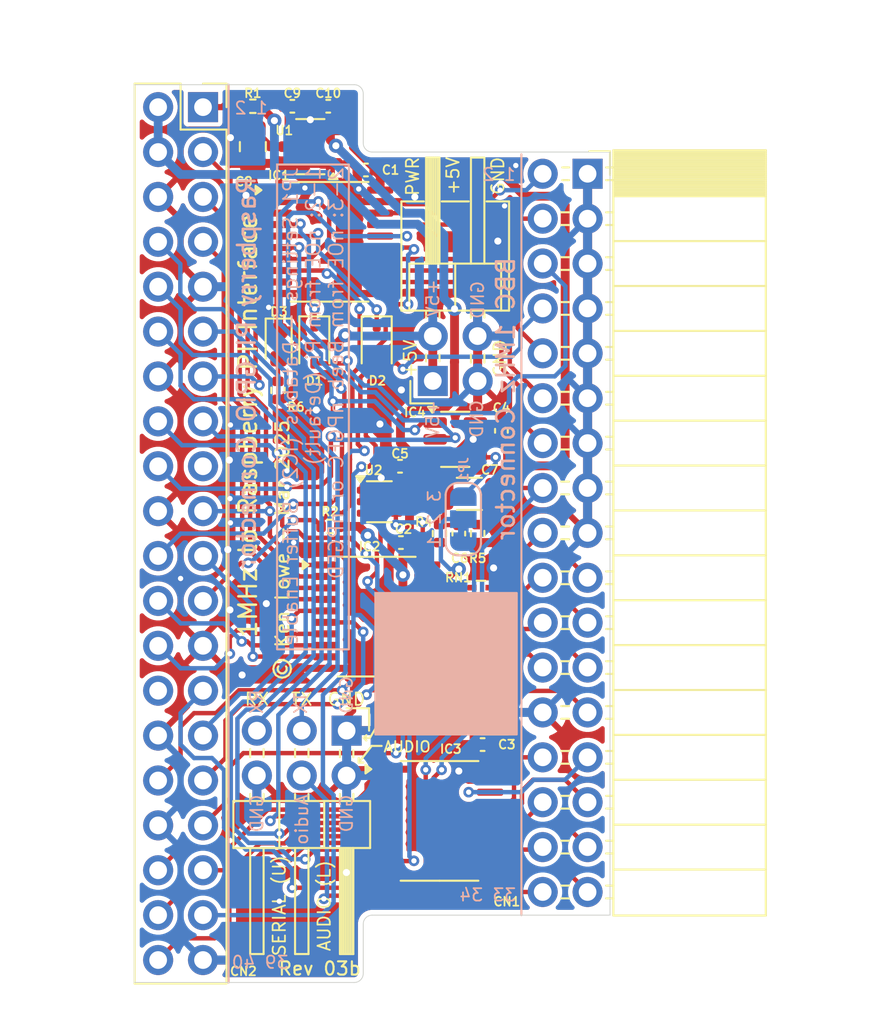
<source format=kicad_pcb>
(kicad_pcb (version 20241229) (generator "pcbnew") (generator_version "9.0")
  (title_block (title "BBC Micro 1MHz to Raspberry PI Zero Interface") (date "2025-03-29") (rev "03b") (company "Ken Lowe") (comment 1 "Rev 03b: Minor layout changes to suit KiCAD 9 footprints") (comment 2 "Rev 03a: Databus level shifter now controlled by Pi.") (comment 3 "Rev 02b: D1/D2 - Change fooprint from SOD-123 to SOD-323") (comment 4 "Rev 02a: IC4 - Switch from LVC1G11 (SOT23-6) to LVC1G08 (SOT23-5)") (comment 5 "Rev 02: Added audio circuit to PCB.") (comment 6 "Rev 01: Beta version. Not released."))
  (layers (0 "F.Cu" signal) (2 "B.Cu" signal) (13 "F.Paste" user) (15 "B.Paste" user) (5 "F.SilkS" user "F.Silkscreen") (7 "B.SilkS" user "B.Silkscreen") (1 "F.Mask" user) (3 "B.Mask" user) (25 "Edge.Cuts" user))
  (net 0 "")
  (net 1 "/A7")
  (net 2 "/A6")
  (net 3 "/A5")
  (net 4 "/A4")
  (net 5 "/A3")
  (net 6 "/A2")
  (net 7 "/A1")
  (net 8 "/A0")
  (net 9 "GND")
  (net 10 "/D7")
  (net 11 "/D6")
  (net 12 "/D5")
  (net 13 "/D4")
  (net 14 "/D3")
  (net 15 "/D2")
  (net 16 "/D1")
  (net 17 "/Audio")
  (net 18 "/~{RST}")
  (net 19 "/~{PGFD}")
  (net 20 "/~{PGFC}")
  (net 21 "/~{IRQ}")
  (net 22 "/~{NMI}")
  (net 23 "/1MHz")
  (net 24 "/R~{W}")
  (net 25 "/LA5")
  (net 26 "/LA4")
  (net 27 "/L~{RST}")
  (net 28 "/LA0")
  (net 29 "/LA3")
  (net 30 "/LAudio")
  (net 31 "/L~{IRQ}")
  (net 32 "/LD4")
  (net 33 "/LD3")
  (net 34 "/LD5")
  (net 35 "/LD6")
  (net 36 "/L~{NMI}")
  (net 37 "/L~{PGFD}")
  (net 38 "/LD7")
  (net 39 "/LR~{W}")
  (net 40 "/L~{PGFC}")
  (net 41 "/LA7")
  (net 42 "/LA6")
  (net 43 "/L1MHz")
  (net 44 "/LA2")
  (net 45 "/LA1")
  (net 46 "/SerRX")
  (net 47 "/SerTX")
  (net 48 "/LD2")
  (net 49 "/LD1")
  (net 50 "/LD0")
  (net 51 "/D0")
  (net 52 "+5V")
  (net 53 "+3V3")
  (net 54 "/DEn")
  (net 55 "/IC1_~{NMI}")
  (net 56 "/IC1_~{IRQ}")
  (net 57 "/IC2_D0")
  (net 58 "/IC2_D1")
  (net 59 "/IC2_D2")
  (net 60 "/IC2_D3")
  (net 61 "/IC2_D4")
  (net 62 "/IC2_D5")
  (net 63 "/IC2_D6")
  (net 64 "/IC2_D7")
  (net 67 "+3.3VA")
  (net 68 "/L~{PGFx}")
  (net 70 "/IC2_~{OE}")
  (net 72 "/5V_U2")
  (net 73 "/Audio_Y2")
  (net 74 "/AudioF")
  (net 75 "/3v3LED")
  (net 76 "/5v0LED")
  (footprint "Capacitor_SMD:C_0402_1005Metric" (layer "F.Cu") (at 139.192 80.518 180)
    (property "Reference" "C2")
    (property "Value" "100nF")
  )
  (footprint "Capacitor_SMD:C_0402_1005Metric" (layer "F.Cu") (at 143.8148 91.948 180)
    (property "Reference" "C3")
    (property "Value" "100nF")
  )
  (footprint "Capacitor_SMD:C_0402_1005Metric" (layer "F.Cu") (at 137.2108 59.436 180)
    (property "Reference" "C1")
    (property "Value" "100nF")
  )
  (footprint "Package_SO:TSSOP-20_4.4x6.5mm_P0.65mm" (layer "F.Cu") (at 137.8204 84.709)
    (property "Reference" "IC2")
    (property "Value" "SN74LVC245APWR")
  )
  (footprint "Diode_SMD:D_SOD-323" (layer "F.Cu") (at 137.8204 69.3293 -90)
    (property "Reference" "D2")
    (property "Value" "1N5819WS")
  )
  (footprint "Resistor_SMD:R_Array_Concave_4x0402" (layer "F.Cu") (at 143.7259 83.82)
    (property "Reference" "RN1")
    (property "Value" "33R")
  )
  (footprint "Package_SO:TSSOP-20_4.4x6.5mm_P0.65mm" (layer "F.Cu") (at 141.3764 96.266)
    (property "Reference" "IC3")
    (property "Value" "SN74LVC245APWR")
  )
  (footprint "Resistor_SMD:R_0402_1005Metric" (layer "F.Cu") (at 135.1788 79.6036)
    (property "Reference" "R2")
    (property "Value" "3K3")
  )
  (footprint "Resistor_SMD:R_0402_1005Metric" (layer "F.Cu") (at 141.3764 80.01 90)
    (property "Reference" "R4")
    (property "Value" "220R")
  )
  (footprint "Resistor_SMD:R_0402_1005Metric" (layer "F.Cu") (at 143.5354 80.01 -90)
    (property "Reference" "R5")
    (property "Value" "100R")
  )
  (footprint "1MHzAdaptor:PinSocket_2x17_P2.54mm_Horizontal_Reverse" (layer "F.Cu") (at 149.7584 59.65)
    (property "Reference" "CN1")
    (property "Value" "1MHz Connector")
  )
  (footprint "Capacitor_SMD:C_0402_1005Metric" (layer "F.Cu") (at 142.4686 80.01 -90)
    (property "Reference" "C6")
    (property "Value" "100nF")
  )
  (footprint "Capacitor_SMD:C_1206_3216Metric" (layer "F.Cu") (at 143.0655 77.7621)
    (property "Reference" "C7")
    (property "Value" "1uF")
  )
  (footprint "LED_SMD:LED_0603_1608Metric" (layer "F.Cu") (at 132.2705 69.3293 -90)
    (property "Reference" "D3")
    (property "Value" "Green")
  )
  (footprint "Resistor_SMD:R_0402_1005Metric" (layer "F.Cu") (at 132.2324 71.905 -90)
    (property "Reference" "R6")
    (property "Value" "2K2")
  )
  (footprint "Resistor_SMD:R_0402_1005Metric" (layer "F.Cu") (at 141.9376 88.8746 180)
    (property "Reference" "R7")
    (property "Value" "470R")
  )
  (footprint "LED_SMD:LED_0603_1608Metric" (layer "F.Cu") (at 144.5006 89.8906 90)
    (property "Reference" "D4")
    (property "Value" "Red")
  )
  (footprint "Resistor_SMD:R_Array_Concave_4x0402" (layer "F.Cu") (at 143.7259 86.602)
    (property "Reference" "RN2")
    (property "Value" "33R")
  )
  (footprint "Capacitor_SMD:C_0805_2012Metric" (layer "F.Cu") (at 130.81 58.1152 -90)
    (property "Reference" "C8")
    (property "Value" "47uF")
  )
  (footprint "Capacitor_SMD:C_0402_1005Metric" (layer "F.Cu") (at 135.0772 55.8292 180)
    (property "Reference" "C10")
    (property "Value" "1uF")
  )
  (footprint "Capacitor_SMD:C_0402_1005Metric" (layer "F.Cu") (at 133.0452 55.8292)
    (property "Reference" "C9")
    (property "Value" "1uF")
  )
  (footprint "Capacitor_SMD:C_0402_1005Metric" (layer "F.Cu") (at 144.8816 74.1934 90)
    (property "Reference" "C4")
    (property "Value" "100nF")
  )
  (footprint "Resistor_SMD:R_0402_1005Metric" (layer "F.Cu") (at 130.81 55.8292)
    (property "Reference" "R1")
    (property "Value" "47R")
  )
  (footprint "Package_SO:TSSOP-20_4.4x6.5mm_P0.65mm" (layer "F.Cu") (at 135.1534 63.5)
    (property "Reference" "IC1")
    (property "Value" "SN74LVC245APWR")
  )
  (footprint "Package_TO_SOT_SMD:SOT-23-3" (layer "F.Cu") (at 134.0612 58.1152 180)
    (property "Reference" "U1")
    (property "Value" "XC6206P332MR")
  )
  (footprint "Capacitor_SMD:C_0402_1005Metric" (layer "F.Cu") (at 139.1412 76.2 180)
    (property "Reference" "C5")
    (property "Value" "100nF")
  )
  (footprint "Resistor_SMD:R_0402_1005Metric" (layer "F.Cu") (at 139.1666 88.8746)
    (property "Reference" "R3")
    (property "Value" "3K3")
  )
  (footprint "Package_TO_SOT_SMD:SOT-23-5" (layer "F.Cu") (at 142.2654 74.676)
    (property "Reference" "IC4")
    (property "Value" "74LVC1G08")
  )
  (footprint "Package_TO_SOT_SMD:SOT-363_SC-70-6" (layer "F.Cu") (at 137.9728 78.2066)
    (property "Reference" "U2")
    (property "Value" "NC7WZ16P6X")
  )
  (footprint "1MHzAdaptor:PinHeader_2x02_P2.54mm_Horizontal" (layer "F.Cu") (at 140.9954 71.374 90)
    (property "Reference" "PWR1" (hide yes))
    (property "Value" "Conn_02x02_Odd_Even")
  )
  (footprint "Connector_PinSocket_2.54mm:PinSocket_2x20_P2.54mm_Vertical" (layer "F.Cu") (at 127.9884 55.88)
    (property "Reference" "CN2")
    (property "Value" "ADA3708")
  )
  (footprint "Connector_PinHeader_2.54mm:PinHeader_2x03_P2.54mm_Horizontal" (layer "F.Cu") (at 136.1186 91.1606 -90)
    (property "Reference" "SERIAL1" (hide yes))
    (property "Value" "Conn_02x03_Odd_Even")
  )
  (footprint "Diode_SMD:D_SOD-323" (layer "F.Cu") (at 134.2884 69.3293 -90)
    (property "Reference" "D1")
    (property "Value" "1N5819WS")
  )
  (footprint "Jumper:SolderJumper-3_P1.3mm_Bridged12_RoundedPad1.0x1.5mm_NumberLabels" (layer "B.Cu") (at 142.7226 79.1926 90)
    (property "Reference" "JP1")
    (property "Value" "SolderJumper_3_Bridged12")
  )
  (gr_line (start 136.8044 92.964) (end 136.8044 92.71) (stroke (width 0.12)) (layer "F.SilkS"))
  (gr_line (start 137.541 92.0242) (end 136.8044 92.964) (stroke (width 0.12)) (layer "F.SilkS"))
  (gr_line (start 137.0838 91.567) (end 137.4394 91.567) (stroke (width 0.12)) (layer "F.SilkS"))
  (gr_line (start 136.8044 92.964) (end 137.0584 92.964) (stroke (width 0.12)) (layer "F.SilkS"))
  (gr_line (start 138.0998 92.0242) (end 137.541 92.0242) (stroke (width 0.12)) (layer "F.SilkS"))
  (gr_line (start 136.8044 92.71) (end 136.8044 92.964) (stroke (width 0.12)) (layer "F.SilkS"))
  (gr_line (start 137.0838 91.567) (end 137.2362 91.7194) (stroke (width 0.12)) (layer "F.SilkS"))
  (gr_line (start 137.0838 91.567) (end 137.2362 91.4146) (stroke (width 0.12)) (layer "F.SilkS"))
  (gr_line (start 137.795 90.9574) (end 138.049 90.9574) (stroke (width 0.12)) (layer "F.SilkS"))
  (gr_line (start 137.4394 91.567) (end 137.795 90.9574) (stroke (width 0.12)) (layer "F.SilkS"))
  (gr_line (start 146.0119 58.547) (end 146.0119 101.6) (stroke (width 0.12)) (layer "B.SilkS"))
  (gr_line (start 129.4384 54.61) (end 129.4384 105.41) (stroke (width 0.12)) (layer "B.SilkS"))
  (gr_rect (start 132.1814 59.1266) (end 136.2454 86.5586) (stroke (width 0.12)) (fill no) (layer "B.SilkS"))
  (gr_rect (start 137.7454 83.374) (end 145.7454 91.374) (stroke (width 0.12)) (fill yes) (layer "B.SilkS"))
  (gr_line (start 151.0284 101.6) (end 151.0284 58.42) (stroke (width 0.05)) (layer "Edge.Cuts"))
  (gr_arc (start 136.5504 54.61) (mid 136.90961 54.75879) (end 137.0584 55.118) (stroke (width 0.05)) (layer "Edge.Cuts"))
  (gr_arc (start 137.0584 102.108) (mid 137.20719 101.74879) (end 137.5664 101.6) (stroke (width 0.05)) (layer "Edge.Cuts"))
  (gr_arc (start 137.0584 104.902) (mid 136.90961 105.26121) (end 136.5504 105.41) (stroke (width 0.05)) (layer "Edge.Cuts"))
  (gr_line (start 137.0584 57.912) (end 137.0584 55.118) (stroke (width 0.05)) (layer "Edge.Cuts"))
  (gr_line (start 137.0584 104.902) (end 137.0584 102.108) (stroke (width 0.05)) (layer "Edge.Cuts"))
  (gr_line (start 124.1044 54.61) (end 136.5504 54.61) (stroke (width 0.05)) (layer "Edge.Cuts"))
  (gr_line (start 137.5664 58.42) (end 151.0284 58.42) (stroke (width 0.05)) (layer "Edge.Cuts"))
  (gr_line (start 137.5664 101.6) (end 151.0284 101.6) (stroke (width 0.05)) (layer "Edge.Cuts"))
  (gr_line (start 124.1044 105.41) (end 136.5504 105.41) (stroke (width 0.05)) (layer "Edge.Cuts"))
  (gr_line (start 124.1044 54.61) (end 124.1044 105.41) (stroke (width 0.05)) (layer "Edge.Cuts"))
  (gr_arc (start 137.5664 58.42) (mid 137.20719 58.27121) (end 137.0584 57.912) (stroke (width 0.05)) (layer "Edge.Cuts"))
  (gr_text "© Ken Lowe - Mar 2025" (at 132.4864 80.9498 90) (layer "F.SilkS") (effects (font (size 0.75 0.75) (thickness 0.12))))
  (gr_text "1MHz to Raspberry PI Interface" (at 130.5306 73.914 90) (layer "F.SilkS") (effects (font (size 1 1) (thickness 0.14))))
  (gr_text "Rev 03b" (at 134.5946 104.6226 0) (layer "F.SilkS") (effects (font (size 0.75 0.75) (thickness 0.12))))
  (gr_text "+5V" (at 142.1384 58.634 90) (layer "F.SilkS") (effects (font (size 0.7 0.7) (thickness 0.1)) (justify right)))
  (gr_text "PWR" (at 139.8524 58.634 90) (layer "F.SilkS") (effects (font (size 0.7 0.7) (thickness 0.1)) (justify right)))
  (gr_text "GND" (at 144.8054 70.104 90) (layer "F.SilkS") (effects (font (size 0.7 0.7) (thickness 0.1))))
  (gr_text "+5V" (at 139.7254 70.104 90) (layer "F.SilkS") (effects (font (size 0.7 0.7) (thickness 0.1))))
  (gr_text "RX" (at 131.0386 89.3826 0) (layer "F.SilkS") (effects (font (size 0.7 0.7) (thickness 0.1))))
  (gr_text "GND" (at 136.1059 89.3826 0) (layer "F.SilkS") (effects (font (size 0.7 0.7) (thickness 0.1))))
  (gr_text "TX" (at 133.5786 89.3826 0) (layer "F.SilkS") (effects (font (size 0.7 0.7) (thickness 0.1))))
  (gr_text "SERIAL (U)" (at 132.3086 101.0666 90) (layer "F.SilkS") (effects (font (size 0.7 0.7) (thickness 0.1))))
  (gr_text "GND" (at 144.6784 58.634 90) (layer "F.SilkS") (effects (font (size 0.7 0.7) (thickness 0.1)) (justify right)))
  (gr_text "AUDIO (L)" (at 134.8486 101.0666 90) (layer "F.SilkS") (effects (font (size 0.7 0.7) (thickness 0.1))))
  (gr_text "AUDIO" (at 138.1506 92.075 0) (layer "F.SilkS") (effects (font (size 0.6 0.6) (thickness 0.1)) (justify left)))
  (gr_text "SERIAL" (at 138.0236 90.9574 0) (layer "F.SilkS") (effects (font (size 0.6 0.6) (thickness 0.1)) (justify left)))
  (gr_text "33 34" (at 144.1069 100.457 0) (layer "B.SilkS") (effects (font (size 0.7 0.7) (thickness 0.1)) (justify mirror)))
  (gr_text "39 40" (at 131.2164 104.267 0) (layer "B.SilkS") (effects (font (size 0.7 0.7) (thickness 0.1)) (justify mirror)))
  (gr_text "Raspberry PI GPIO Connector" (at 130.4544 70.9168 90) (layer "B.SilkS") (effects (font (size 1 1)) (justify mirror)))
  (gr_text "BBC 1MHz Connector" (at 145.1229 72.374 90) (layer "B.SilkS") (effects (font (size 1 1)) (justify mirror)))
  (gr_text "1 2" (at 144.7419 59.69 0) (layer "B.SilkS") (effects (font (size 0.7 0.7) (thickness 0.1)) (justify mirror)))
  (gr_text "1 2" (at 130.7084 55.9308 0) (layer "B.SilkS") (effects (font (size 0.7 0.7) (thickness 0.1)) (justify mirror)))
  (gr_text "GND" (at 143.5354 67.9196 90) (layer "B.SilkS") (effects (font (size 0.7 0.7) (thickness 0.1)) (justify right mirror)))
  (gr_text "+5V" (at 140.9954 67.818 90) (layer "B.SilkS") (effects (font (size 0.7 0.7) (thickness 0.1)) (justify right mirror)))
  (gr_text "RX" (at 131.0259 90.2716 90) (layer "B.SilkS") (effects (font (size 0.7 0.7) (thickness 0.1)) (justify right mirror)))
  (gr_text "TX" (at 133.5151 90.2716 90) (layer "B.SilkS") (effects (font (size 0.7 0.7) (thickness 0.1)) (justify right mirror)))
  (gr_text "GND" (at 136.1059 90.2716 90) (layer "B.SilkS") (effects (font (size 0.7 0.7) (thickness 0.1)) (justify right mirror)))
  (gr_text "JP1 Settings - Databus (IC2) Buffer Enable\n1-2: nOE from Pi (Default)\n2-3: nOE from Beeb nPGFC or nPGFD" (at 135.9914 59.2146 90) (layer "B.SilkS") (effects (font (size 0.8 0.8) (thickness 0.1)) (justify left bottom mirror)))
  (gr_text "2" (at 141.4954 79.1926 90) (layer "B.SilkS") (effects (font (size 0.7 0.7) (thickness 0.1)) (justify bottom mirror)))
  (gr_text "GND" (at 136.1059 94.7166 90) (layer "B.SilkS") (effects (font (size 0.7 0.7) (thickness 0.1)) (justify left mirror)))
  (gr_text "Audio" (at 133.5786 94.7166 90) (layer "B.SilkS") (effects (font (size 0.7 0.7) (thickness 0.1)) (justify left mirror)))
  (gr_text "GND" (at 131.0386 94.7166 90) (layer "B.SilkS") (effects (font (size 0.7 0.7) (thickness 0.1)) (justify left mirror)))
  (gr_text "GND" (at 143.4824 72.39 90) (layer "B.SilkS") (effects (font (size 0.7 0.7) (thickness 0.1)) (justify left mirror)))
  (gr_text "1" (at 141.4954 80.4926 90) (layer "B.SilkS") (effects (font (size 0.7 0.7) (thickness 0.1)) (justify bottom mirror)))
  (gr_text "+5V" (at 140.9954 72.39 90) (layer "B.SilkS") (effects (font (size 0.7 0.7) (thickness 0.1)) (justify left mirror)))
  (gr_text "3" (at 141.4954 77.8926 90) (layer "B.SilkS") (effects (font (size 0.7 0.7) (thickness 0.1)) (justify bottom mirror)))
  (segment (start 145.9844 100.29) (end 144.8854 99.191) (width 0.25) (layer "F.Cu") (net 1))
  (segment (start 147.2184 100.29) (end 145.9844 100.29) (width 0.25) (layer "F.Cu") (net 1))
  (segment (start 145.30381 98.541) (end 145.77281 99.01) (width 0.25) (layer "F.Cu") (net 2))
  (segment (start 144.3264 98.541) (end 145.30381 98.541) (width 0.25) (layer "F.Cu") (net 2))
  (segment (start 145.77281 99.01) (end 148.4784 99.01) (width 0.25) (layer "F.Cu") (net 2))
  (segment (start 148.4784 99.01) (end 149.7584 100.29) (width 0.25) (layer "F.Cu") (net 2))
  (segment (start 144.3264 97.891) (end 147.0774 97.891) (width 0.25) (layer "F.Cu") (net 3))
  (segment (start 145.880899 97.241) (end 144.3264 97.241) (width 0.25) (layer "F.Cu") (net 4))
  (segment (start 146.641899 96.48) (end 145.880899 97.241) (width 0.25) (layer "F.Cu") (net 4))
  (segment (start 148.4884 96.48) (end 146.641899 96.48) (width 0.25) (layer "F.Cu") (net 4))
  (segment (start 149.7584 97.75) (end 148.4884 96.48) (width 0.25) (layer "F.Cu") (net 4))
  (segment (start 144.3264 96.591) (end 145.8374 96.591) (width 0.25) (layer "F.Cu") (net 5))
  (segment (start 145.8374 96.591) (end 147.2184 95.21) (width 0.25) (layer "F.Cu") (net 5))
  (segment (start 148.4884 93.94) (end 146.6674 93.94) (width 0.25) (layer "F.Cu") (net 6))
  (segment (start 145.3734 95.941) (end 144.3264 95.941) (width 0.25) (layer "F.Cu") (net 6))
  (segment (start 146.043399 95.271001) (end 145.3734 95.941) (width 0.25) (layer "F.Cu") (net 6))
  (segment (start 146.043399 94.564001) (end 146.043399 95.271001) (width 0.25) (layer "F.Cu") (net 6))
  (segment (start 146.6674 93.94) (end 146.043399 94.564001) (width 0.25) (layer "F.Cu") (net 6))
  (segment (start 149.7584 95.21) (end 148.4884 93.94) (width 0.25) (layer "F.Cu") (net 6))
  (segment (start 145.3014 95.291) (end 145.593389 94.999011) (width 0.25) (layer "F.Cu") (net 7))
  (segment (start 144.3264 95.291) (end 145.3014 95.291) (width 0.25) (layer "F.Cu") (net 7))
  (segment (start 145.593389 93.065011) (end 145.9884 92.67) (width 0.25) (layer "F.Cu") (net 7))
  (segment (start 145.593389 94.999011) (end 145.593389 93.065011) (width 0.25) (layer "F.Cu") (net 7))
  (segment (start 145.9884 92.67) (end 147.2184 92.67) (width 0.25) (layer "F.Cu") (net 7))
  (segment (start 144.3264 94.641) (end 143.0274 94.6404) (width 0.25) (layer "F.Cu") (net 8))
  (via (at 143.0274 94.6404) (size 0.6) (drill 0.3) (layers "F.Cu" "B.Cu") (net 8))
  (segment (start 148.4884 93.94) (end 146.7104 93.94) (width 0.25) (layer "B.Cu") (net 8))
  (segment (start 149.7584 92.67) (end 148.4884 93.94) (width 0.25) (layer "B.Cu") (net 8))
  (segment (start 146.7104 93.94) (end 146.01 94.6404) (width 0.25) (layer "B.Cu") (net 8))
  (segment (start 146.01 94.6404) (end 143.0274 94.6404) (width 0.25) (layer "B.Cu") (net 8))
  (segment (start 138.004179 73.811901) (end 138.182694 73.990416) (width 0.35) (layer "F.Cu") (net 9))
  (segment (start 148.4884 78.7) (end 149.7584 79.97) (width 0.35) (layer "F.Cu") (net 9))
  (segment (start 130.5774 87.634) (end 130.2004 88.011) (width 0.35) (layer "F.Cu") (net 9))
  (segment (start 143.9671 90.6781) (end 144.5006 90.6781) (width 0.35) (layer "F.Cu") (net 9))
  (segment (start 141.1654 75.626) (end 142.083306 75.626) (width 0.35) (layer "F.Cu") (net 9))
  (segment (start 136.1059 99.187) (end 132.7404 99.187) (width 0.35) (layer "F.Cu") (net 9))
  (segment (start 132.3086 99.6188) (end 132.3086 100.8126) (width 0.35) (layer "F.Cu") (net 9))
  (segment (start 138.602401 83.2866) (end 138.577001 83.312) (width 0.35) (layer "F.Cu") (net 9))
  (segment (start 128.558813 74.93) (end 128.558813 74.844387) (width 0.35) (layer "F.Cu") (net 9))
  (segment (start 138.577001 83.312) (end 136.398 83.312) (width 0.35) (layer "F.Cu") (net 9))
  (segment (start 132.1906 94.8526) (end 134.9666 94.8526) (width 0.35) (layer "F.Cu") (net 9))
  (segment (start 139.7144 61.225) (end 139.9794 60.96) (width 0.35) (layer "F.Cu") (net 9))
  (segment (start 129.6394 88.011) (end 130.2004 88.011) (width 0.35) (layer "F.Cu") (net 9))
  (segment (start 126.7184 77.47) (end 125.4484 78.74) (width 0.35) (layer "F.Cu") (net 9))
  (segment (start 136.3726 87.6046) (end 136.3432 87.634) (width 0.35) (layer "F.Cu") (net 9))
  (segment (start 126.7184 90.17) (end 125.4484 91.44) (width 0.35) (layer "F.Cu") (net 9))
  (segment (start 136.7258 59.436) (end 136.7258 60.4314) (width 0.5) (layer "F.Cu") (net 9))
  (segment (start 127.2264 57.15) (end 129.0828 57.15) (width 0.35) (layer "F.Cu") (net 9))
  (segment (start 144.4074 80.495) (end 146.2024 78.7) (width 0.35) (layer "F.Cu") (net 9))
  (segment (start 138.1034 61.225) (end 139.7144 61.225) (width 0.35) (layer "F.Cu") (net 9))
  (segment (start 132.3064 103.378) (end 132.3064 100.8148) (width 0.35) (layer "F.Cu") (net 9))
  (segment (start 132.2034 60.575) (end 133.6334 60.575) (width 0.35) (layer "F.Cu") (net 9))
  (segment (start 134.5922 56.0602) (end 134.0612 56.5912) (width 0.35) (layer "F.Cu") (net 9))
  (segment (start 127.9884 85.852) (end 129.5124 84.328) (width 0.35) (layer "F.Cu") (net 9))
  (segment (start 126.7184 80.01) (end 126.7184 82.55) (width 0.35) (layer "F.Cu") (net 9))
  (segment (start 130.81 60.2869) (end 131.0981 60.575) (width 0.35) (layer "F.Cu") (net 9))
  (segment (start 136.8044 61.214) (end 136.8044 60.51) (width 0.35) (layer "F.Cu") (net 9))
  (segment (start 126.7184 80.01) (end 128.9304 80.01) (width 0.35) (layer "F.Cu") (net 9))
  (segment (start 134.3 59.0652) (end 135.1987 59.0652) (width 0.35) (layer "F.Cu") (net 9))
  (segment (start 138.4264 99.191) (end 136.1099 99.191) (width 0.35) (layer "F.Cu") (net 9))
  (segment (start 138.602401 83.2866) (end 138.602401 87.406799) (width 0.35) (layer "F.Cu") (net 9))
  (segment (start 136.4818 87.7138) (end 136.3726 87.6046) (width 0.35) (layer "F.Cu") (net 9))
  (segment (start 136.1186 90.3986) (end 136.4818 90.0354) (width 0.35) (layer "F.Cu") (net 9))
  (segment (start 143.0441 66.425) (end 143.5354 66.9163) (width 0.35) (layer "F.Cu") (net 9))
  (segment (start 143.5354 71.374) (end 144.8816 72.7202) (width 0.35) (layer "F.Cu") (net 9))
  (segment (start 138.602401 80.622599) (end 138.602401 83.2866) (width 0.35) (layer "F.Cu") (net 9))
  (segment (start 130.81 58.3184) (end 130.81 59.0527) (width 0.35) (layer "F.Cu") (net 9))
  (segment (start 134.0612 56.5912) (end 134.0612 58.8264) (width 0.35) (layer "F.Cu") (net 9))
  (segment (start 131.2164 84.328) (end 131.572 83.9724) (width 0.35) (layer "F.Cu") (net 9))
  (segment (start 143.3298 91.948) (end 143.3298 91.3154) (width 0.35) (layer "F.Cu") (net 9))
  (segment (start 132.3064 100.8148) (end 132.3086 100.8126) (width 0.35) (layer "F.Cu") (net 9))
  (segment (start 125.4484 60.96) (end 126.7184 62.23) (width 0.35) (layer "F.Cu") (net 9))
  (segment (start 136.8044 66.351) (end 136.8784 66.425) (width 0.35) (layer "F.Cu") (net 9))
  (segment (start 126.7184 85.09) (end 127.9884 86.36) (width 0.35) (layer "F.Cu") (net 9))
  (segment (start 126.7184 74.93) (end 126.7184 77.47) (width 0.35) (layer "F.Cu") (net 9))
  (segment (start 138.1034 61.225) (end 136.8154 61.225) (width 0.35) (layer "F.Cu") (net 9))
  (segment (start 142.4686 80.495) (end 143.5354 80.495) (width 0.35) (layer "F.Cu") (net 9))
  (segment (start 129.54 57.6072) (end 129.65545 57.6072) (width 0.35) (layer "F.Cu") (net 9))
  (segment (start 134.0612 58.8264) (end 134.3 59.0652) (width 0.35) (layer "F.Cu") (net 9))
  (segment (start 131.7044 67.21) (end 132.1288 67.21) (width 0.35) (layer "F.Cu") (net 9))
  (segment (start 138.1034 66.425) (end 143.0441 66.425) (width 0.35) (layer "F.Cu") (net 9))
  (segment (start 129.0828 57.15) (end 129.54 57.6072) (width 0.35) (layer "F.Cu") (net 9))
  (segment (start 143.5354 68.834) (end 143.5354 71.374) (width 0.35) (layer "F.Cu") (net 9))
  (segment (start 136.1186 91.1606) (end 136.1186 90.3986) (width 0.35) (layer "F.Cu") (net 9))
  (segment (start 137.0228 77.5566) (end 137.0228 77.3256) (width 0.35) (layer "F.Cu") (net 9))
  (segment (start 136.1186 83.0326) (end 136.1186 81.0006) (width 0.35) (layer "F.Cu") (net 9))
  (segment (start 137.0228 77.3256) (end 137.488 76.8604) (width 0.35) (layer "F.Cu") (net 9))
  (segment (start 136.398 83.312) (end 136.1186 83.0326) (width 0.35) (layer "F.Cu") (net 9))
  (segment (start 136.4818 90.0354) (end 136.4818 87.7138) (width 0.35) (layer "F.Cu") (net 9))
  (segment (start 134.5922 55.8292) (end 134.5922 56.0602) (width 0.35) (layer "F.Cu") (net 9))
  (segment (start 139.2174 71.882) (end 139.2174 72.59868) (width 0.35) (layer "F.Cu") (net 9))
  (segment (start 136.7258 60.4314) (end 136.8044 60.51) (width 0.5) (layer "F.Cu") (net 9))
  (segment (start 136.4782 93.341) (end 138.4264 93.341) (width 0.35) (layer "F.Cu") (net 9))
  (segment (start 129.391903 80.471503) (end 128.9304 80.01) (width 0.35) (layer "F.Cu") (net 9))
  (segment (start 146.2024 78.7) (end 148.4884 78.7) (width 0.35) (layer "F.Cu") (net 9))
  (segment (start 138.0744 76.8604) (end 138.254412 76.8604) (width 0.35) (layer "F.Cu") (net 9))
  (segment (start 137.0228 77.5566) (end 137.0228 78.2066) (width 0.35) (layer "F.Cu") (net 9))
  (segment (start 136.1099 99.191) (end 136.1059 99.187) (width 0.35) (layer "F.Cu") (net 9))
  (segment (start 136.8044 61.214) (end 136.8044 66.351) (width 0.35) (layer "F.Cu") (net 9))
  (segment (start 134.398941 74.795459) (end 134.398941 73.015459) (width 0.35) (layer "F.Cu") (net 9))
  (segment (start 134.8232 60.452) (end 133.7564 60.452) (width 0.35) (layer "F.Cu") (net 9))
  (segment (start 126.7184 69.85) (end 125.4484 71.12) (width 0.35) (layer "F.Cu") (net 9))
  (segment (start 126.7184 62.23) (end 126.7184 64.77) (width 0.35) (layer "F.Cu") (net 9))
  (segment (start 144.3264 93.991) (end 143.013 93.991) (width 0.35) (layer "F.Cu") (net 9))
  (segment (start 129.5146 78.0288) (end 128.9558 77.47) (width 0.35) (layer "F.Cu") (net 9))
  (segment (start 132.2034 66.425) (end 132.2034 67.2846) (width 0.35) (layer "F.Cu") (net 9))
  (segment (start 132.2034 67.2846) (end 132.2034 68.4747) (width 0.35) (layer "F.Cu") (net 9))
  (segment (start 128.9558 77.47) (end 126.7184 77.47) (width 0.35) (layer "F.Cu") (net 9))
  (segment (start 130.2004 58.15215) (end 130.64375 58.15215) (width 0.35) (layer "F.Cu") (net 9))
  (segment (start 135.1987 59.0652) (end 135.1987 60.0765) (width 0.35) (layer "F.Cu") (net 9))
  (segment (start 126.7184 87.63) (end 126.7184 90.17) (width 0.35) (layer "F.Cu") (net 9))
  (segment (start 136.1186 81.0006) (end 135.79361 80.67561) (width 0.35) (layer "F.Cu") (net 9))
  (segment (start 129.65545 57.6072) (end 130.2004 58.15215) (width 0.35) (layer "F.Cu") (net 9))
  (segment (start 128.558813 74.844387) (end 129.54 73.8632) (width 0.35) (layer "F.Cu") (net 9))
  (segment (start 138.602401 87.406799) (end 138.4046 87.6046) (width 0.35) (layer "F.Cu") (net 9))
  (segment (start 135.1987 60.0765) (end 134.8232 60.452) (width 0.35) (layer "F.Cu") (net 9))
  (segment (start 147.2184 90.13) (end 148.4884 91.4) (width 0.35) (layer "F.Cu") (net 9))
  (segment (start 133.5302 56.0602) (end 134.0612 56.5912) (width 0.35) (layer "F.Cu") (net 9))
  (segment (start 142.083306 75.626) (end 143.033306 74.676) (width 0.35) (layer "F.Cu") (net 9))
  (segment (start 143.033306 74.676) (end 143.2814 74.676) (width 0.35) (layer "F.Cu") (net 9))
  (segment (start 132.7404 99.187) (end 132.3086 99.6188) (width 0.35) (layer "F.Cu") (net 9))
  (segment (start 138.4046 87.6046) (end 136.3726 87.6046) (width 0.35) (layer "F.Cu") (net 9))
  (segment (start 143.3298 91.948) (end 143.3298 92.5854) (width 0.35) (layer "F.Cu") (net 9))
  (segment (start 134.5922 55.8292) (end 133.5302 55.8292) (width 0.35) (layer "F.Cu") (net 9))
  (segment (start 126.7184 59.69) (end 126.7184 57.658) (width 0.35) (layer "F.Cu") (net 9))
  (segment (start 126.7184 64.77) (end 127.9884 66.04) (width 0.35) (layer "F.Cu") (net 9))
  (segment (start 143.5354 80.495) (end 144.4074 80.495) (width 0.35) (layer "F.Cu") (net 9))
  (segment (start 133.6334 60.575) (end 133.7564 60.452) (width 0.35) (layer "F.Cu") (net 9))
  (segment (start 131.5444 104.14) (end 132.3064 103.378) (width 0.35) (layer "F.Cu") (net 9))
  (segment (start 138.6562 75.679192) (end 138.6562 76.2) (width 0.35) (layer "F.Cu") (net 9))
  (segment (start 143.3298 91.3154) (end 143.9671 90.6781) (width 0.35) (layer "F.Cu") (net 9))
  (segment (start 130.81 59.0527) (end 130.81 60.2869) (width 0.35) (layer "F.Cu") (net 9))
  (segment (start 129.391903 80.915739) (end 129.391903 80.471503) (width 0.35) (layer "F.Cu") (net 9))
  (segment (start 136.3432 87.634) (end 134.8704 87.634) (width 0.35) (layer "F.Cu") (net 9))
  (segment (start 132.2034 66.425) (end 136.8784 66.425) (width 0.35) (layer "F.Cu") (net 9))
  (segment (start 138.182694 75.205686) (end 138.6562 75.679192) (width 0.35) (layer "F.Cu") (net 9))
  (segment (start 132.2034 60.575) (end 131.0981 60.575) (width 0.35) (layer "F.Cu") (net 9))
  (segment (start 143.013 93.991) (end 142.4686 93.4466) (width 0.35) (layer "F.Cu") (net 9))
  (segment (start 128.558813 74.93) (end 129.479256 75.850443) (width 0.35) (layer "F.Cu") (net 9))
  (segment (start 127.9884 86.36) (end 126.7184 87.63) (width 0.35) (layer "F.Cu") (net 9))
  (segment (start 137.488 76.8604) (end 138.0744 76.8604) (width 0.35) (layer "F.Cu") (net 9))
  (segment (start 128.9304 80.01) (end 129.54 79.4004) (width 0.35) (layer "F.Cu") (net 9))
  (segment (start 126.7184 82.55) (end 126.7184 85.09) (width 0.35) (layer "F.Cu") (net 9))
  (segment (start 138.6562 76.2786) (end 138.0744 76.8604) (width 0.35) (layer "F.Cu") (net 9))
  (segment (start 143.3298 92.5854) (end 142.4686 93.4466) (width 0.35) (layer "F.Cu") (net 9))
  (segment (start 144.8816 72.7202) (end 144.8816 73.7084) (width 0.35) (layer "F.Cu") (net 9))
  (segment (start 126.7184 72.39) (end 126.7184 74.93) (width 0.35) (layer "F.Cu") (net 9))
  (segment (start 134.8704 87.634) (end 130.5774 87.634) (width 0.35) (layer "F.Cu") (net 9))
  (segment (start 143.5354 66.9163) (end 143.5354 68.834) (width 0.35) (layer "F.Cu") (net 9))
  (segment (start 139.2174 72.59868) (end 138.004179 73.811901) (width 0.35) (layer "F.Cu") (net 9))
  (segment (start 136.8784 66.425) (end 138.1034 66.425) (width 0.35) (layer "F.Cu") (net 9))
  (segment (start 127.9884 66.04) (end 126.7184 67.31) (width 0.35) (layer "F.Cu") (net 9))
  (segment (start 127.9884 104.14) (end 131.5444 104.14) (width 0.35) (layer "F.Cu") (net 9))
  (segment (start 133.5302 55.8292) (end 133.5302 56.0602) (width 0.35) (layer "F.Cu") (net 9))
  (segment (start 129.5124 84.328) (end 131.2164 84.328) (width 0.35) (layer "F.Cu") (net 9))
  (segment (start 132.7404 76.454) (end 134.398941 74.795459) (width 0.35) (layer "F.Cu") (net 9))
  (segment (start 131.0386 93.7006) (end 132.1906 94.8526) (width 0.35) (layer "F.Cu") (net 9))
  (segment (start 138.182694 73.990416) (end 138.182694 75.205686) (width 0.35) (layer "F.Cu") (net 9))
  (segment (start 126.7184 67.31) (end 126.7184 69.85) (width 0.35) (layer "F.Cu") (net 9))
  (segment (start 126.7184 57.658) (end 127.2264 57.15) (width 0.35) (layer "F.Cu") (net 9))
  (segment (start 130.64375 58.15215) (end 130.81 58.3184) (width 0.35) (layer "F.Cu") (net 9))
  (segment (start 136.8154 61.225) (end 136.8044 61.214) (width 0.35) (layer "F.Cu") (net 9))
  (segment (start 136.355 59.0652) (end 136.7258 59.436) (width 0.35) (layer "F.Cu") (net 9))
  (segment (start 132.1288 67.21) (end 132.2034 67.2846) (width 0.35) (layer "F.Cu") (net 9))
  (segment (start 126.7184 74.93) (end 128.558813 74.93) (width 0.35) (layer "F.Cu") (net 9))
  (segment (start 127.9884 86.36) (end 129.6394 88.011) (width 0.35) (layer "F.Cu") (net 9))
  (segment (start 135.1987 59.0652) (end 136.355 59.0652) (width 0.35) (layer "F.Cu") (net 9))
  (segment (start 125.4484 78.74) (end 126.7184 80.01) (width 0.35) (layer "F.Cu") (net 9))
  (segment (start 125.4484 71.12) (end 126.7184 72.39) (width 0.35) (layer "F.Cu") (net 9))
  (segment (start 135.79361 80.67561) (end 133.27901 80.67561) (width 0.35) (layer "F.Cu") (net 9))
  (segment (start 125.4484 60.96) (end 126.7184 59.69) (width 0.35) (layer "F.Cu") (net 9))
  (segment (start 134.9666 94.8526) (end 136.1186 93.7006) (width 0.35) (layer "F.Cu") (net 9))
  (segment (start 133.27901 80.67561) (end 133.1214 80.518) (width 0.35) (layer "F.Cu") (net 9))
  (via (at 136.1059 99.187) (size 0.8) (drill 0.4) (layers "F.Cu" "B.Cu") (net 9))
  (via (at 131.7044 67.21) (size 0.6) (drill 0.3) (layers "F.Cu" "B.Cu") (net 9))
  (via (at 130.420973 60.868122) (size 0.8) (drill 0.4) (layers "F.Cu" "B.Cu") (net 9))
  (via (at 133.7564 60.452) (size 0.6) (drill 0.3) (layers "F.Cu" "B.Cu") (net 9))
  (via (at 126.7184 82.55) (size 0.6) (drill 0.3) (layers "F.Cu" "B.Cu") (net 9))
  (via (at 145.0594 61.468) (size 0.6) (drill 0.3) (layers "F.Cu" "B.Cu") (net 9))
  (via (at 145.6944 59.182) (size 0.6) (drill 0.3) (layers "F.Cu" "B.Cu") (net 9))
  (via (at 132.7404 76.454) (size 0.6) (drill 0.3) (layers "F.Cu" "B.Cu") (net 9))
  (via (at 129.5146 78.0288) (size 0.6) (drill 0.3) (layers "F.Cu" "B.Cu") (net 9))
  (via (at 129.54 79.4004) (size 0.6) (drill 0.3) (layers "F.Cu" "B.Cu") (net 9))
  (via (at 139.9794 60.96) (size 0.8) (drill 0.4) (layers "F.Cu" "B.Cu") (net 9))
  (via (at 143.2814 74.676) (size 0.8) (drill 0.4) (layers "F.Cu" "B.Cu") (net 9))
  (via (at 130.2004 88.011) (size 0.8) (drill 0.4) (layers "F.Cu" "B.Cu") (net 9))
  (via (at 144.4371 81.9531) (size 0.8) (drill 0.4) (layers "F.Cu" "B.Cu") (net 9))
  (via (at 136.8044 60.51) (size 0.6) (drill 0.3) (layers "F.Cu" "B.Cu") (net 9))
  (via (at 134.0612 56.5912) (size 0.8) (drill 0.4) (layers "F.Cu" "B.Cu") (net 9))
  (via (at 129.54 73.8632) (size 0.6) (drill 0.3) (layers "F.Cu" "B.Cu") (net 9))
  (via (at 129.5124 84.328) (size 0.8) (drill 0.4) (layers "F.Cu" "B.Cu") (net 9))
  (via (at 129.391903 80.915739) (size 0.8) (drill 0.4) (layers "F.Cu" "B.Cu") (net 9))
  (via (at 132.3086 100.8126) (size 0.6) (drill 0.3) (layers "F.Cu" "B.Cu") (net 9))
  (via (at 144.6784 63.46) (size 0.8) (drill 0.4) (layers "F.Cu" "B.Cu") (net 9))
  (via (at 129.54 57.6072) (size 0.8) (drill 0.4) (layers "F.Cu" "B.Cu") (net 9))
  (via (at 142.4686 93.4466) (size 0.8) (drill 0.4) (layers "F.Cu" "B.Cu") (net 9))
  (via (at 138.004179 73.811901) (size 0.8) (drill 0.4) (layers "F.Cu" "B.Cu") (net 9))
  (via (at 133.1214 80.518) (size 0.6) (drill 0.3) (layers "F.Cu" "B.Cu") (net 9))
  (via (at 139.2174 71.882) (size 0.8) (drill 0.4) (layers "F.Cu" "B.Cu") (net 9))
  (via (at 134.398941 73.015459) (size 0.8) (drill 0.4) (layers "F.Cu" "B.Cu") (net 9))
  (via (at 138.0744 76.8604) (size 0.8) (drill 0.4) (layers "F.Cu" "B.Cu") (net 9))
  (via (at 131.572 83.9724) (size 0.8) (drill 0.4) (layers "F.Cu" "B.Cu") (net 9))
  (via (at 129.479256 75.850443) (size 0.8) (drill 0.4) (layers "F.Cu" "B.Cu") (net 9))
  (segment (start 149.7584 72.35) (end 149.7584 74.89) (width 0.35) (layer "B.Cu") (net 9))
  (segment (start 149.7584 79.97) (end 148.4884 81.24) (width 0.35) (layer "B.Cu") (net 9))
  (segment (start 133.7564 60.452) (end 130.837095 60.452) (width 0.35) (layer "B.Cu") (net 9))
  (segment (start 145.6944 59.182) (end 145.351043 59.182) (width 0.35) (layer "B.Cu") (net 9))
  (segment (start 144.2034 60.329643) (end 144.2034 60.96) (width 0.35) (layer "B.Cu") (net 9))
  (segment (start 143.5354 65.873) (end 144.6784 64.73) (width 0.35) (layer "B.Cu") (net 9))
  (segment (start 144.6784 64.73) (end 144.6784 63.46) (width 0.35) (layer "B.Cu") (net 9))
  (segment (start 148.4884 88.86) (end 147.2184 90.13) (width 0.35) (layer "B.Cu") (net 9))
  (segment (start 142.3834 72.526) (end 139.8614 72.526) (width 0.35) (layer "B.Cu") (net 9))
  (segment (start 148.4884 81.24) (end 148.4884 88.86) (width 0.35) (layer "B.Cu") (net 9))
  (segment (start 143.5354 71.374) (end 142.3834 72.526) (width 0.35) (layer "B.Cu") (net 9))
  (segment (start 126.7184 102.87) (end 127.9884 104.14) (width 0.35) (layer "B.Cu") (net 9))
  (segment (start 136.1186 93.7006) (end 136.1186 91.1606) (width 0.35) (layer "B.Cu") (net 9))
  (segment (start 148.4884 63.46) (end 144.6784 63.46) (width 0.35) (layer "B.Cu") (net 9))
  (segment (start 130.082813 76.454) (end 132.7404 76.454) (width 0.35) (layer "B.Cu") (net 9))
  (segment (start 149.7584 67.27) (end 149.7584 69.81) (width 0.35) (layer "B.Cu") (net 9))
  (segment (start 145.6944 73.62) (end 144.6384 74.676) (width 0.35) (layer "B.Cu") (net 9))
  (segment (start 145.0594 61.468) (end 145.0594 63.079) (width 0.35) (layer "B.Cu") (net 9))
  (segment (start 129.54 73.8632) (end 131.2396 73.8632) (width 0.35) (layer "B.Cu") (net 9))
  (segment (start 145.0594 63.079) (end 144.6784 63.46) (width 0.35) (layer "B.Cu") (net 9))
  (segment (start 133.1214 82.423) (end 133.1214 80.518) (width 0.35) (layer "B.Cu") (net 9))
  (segment (start 149.7584 74.89) (end 149.7584 77.43) (width 0.35) (layer "B.Cu") (net 9))
  (segment (start 131.572 83.9724) (end 133.1214 82.423) (width 0.35) (layer "B.Cu") (net 9))
  (segment (start 126.7184 97.79) (end 126.7184 102.87) (width 0.35) (layer "B.Cu") (net 9))
  (segment (start 139.9794 60.96) (end 144.2034 60.96) (width 0.35) (layer "B.Cu") (net 9))
  (segment (start 126.7184 95.25) (end 125.4484 96.52) (width 0.35) (layer "B.Cu") (net 9))
  (segment (start 129.479256 75.850443) (end 130.082813 76.454) (width 0.35) (layer "B.Cu") (net 9))
  (segment (start 144.2158 62.9974) (end 144.6784 63.46) (width 0.35) (layer "B.Cu") (net 9))
  (segment (start 144.2034 62.9974) (end 144.2158 62.9974) (width 0.35) (layer "B.Cu") (net 9))
  (segment (start 145.1502 81.24) (end 144.4371 81.9531) (width 0.35) (layer "B.Cu") (net 9))
  (segment (start 149.7584 69.81) (end 149.7584 72.35) (width 0.35) (layer "B.Cu") (net 9))
  (segment (start 149.7584 72.35) (end 148.7424 71.334) (width 0.35) (layer "B.Cu") (net 9))
  (segment (start 149.7584 77.43) (end 149.7584 79.97) (width 0.35) (layer "B.Cu") (net 9))
  (segment (start 145.6944 73.62) (end 148.4884 73.62) (width 0.35) (layer "B.Cu") (net 9))
  (segment (start 144.2034 60.96) (end 144.2034 62.9974) (width 0.35) (layer "B.Cu") (net 9))
  (segment (start 147.2184 90.13) (end 145.7852 90.13) (width 0.35) (layer "B.Cu") (net 9))
  (segment (start 149.7584 62.19) (end 149.7584 64.73) (width 0.35) (layer "B.Cu") (net 9))
  (segment (start 149.7584 64.73) (end 149.7584 67.27) (width 0.35) (layer "B.Cu") (net 9))
  (segment (start 131.2904 73.914) (end 131.2396 73.8632) (width 0.35) (layer "B.Cu") (net 9))
  (segment (start 143.5354 68.834) (end 143.5354 65.873) (width 0.35) (layer "B.Cu") (net 9))
  (segment (start 139.8614 72.526) (end 139.2174 71.882) (width 0.35) (layer "B.Cu") (net 9))
  (segment (start 149.7584 62.19) (end 148.4884 63.46) (width 0.35) (layer "B.Cu") (net 9))
  (segment (start 134.398941 73.015459) (end 135.195383 73.811901) (width 0.35) (layer "B.Cu") (net 9))
  (segment (start 136.1186 99.1743) (end 136.1059 99.187) (width 0.35) (layer "B.Cu") (net 9))
  (segment (start 149.7584 59.65) (end 149.7584 62.19) (width 0.35) (layer "B.Cu") (net 9))
  (segment (start 125.4484 96.52) (end 126.7184 97.79) (width 0.35) (layer "B.Cu") (net 9))
  (segment (start 130.837095 60.452) (end 130.420973 60.868122) (width 0.35) (layer "B.Cu") (net 9))
  (segment (start 145.7852 90.13) (end 142.4686 93.4466) (width 0.35) (layer "B.Cu") (net 9))
  (segment (start 148.4884 81.24) (end 145.1502 81.24) (width 0.35) (layer "B.Cu") (net 9))
  (segment (start 145.351043 59.182) (end 144.2034 60.329643) (width 0.35) (layer "B.Cu") (net 9))
  (segment (start 143.2814 74.676) (end 141.097 76.8604) (width 0.35) (layer "B.Cu") (net 9))
  (segment (start 144.6384 74.676) (end 143.2814 74.676) (width 0.35) (layer "B.Cu") (net 9))
  (segment (start 126.7184 92.71) (end 126.7184 95.25) (width 0.35) (layer "B.Cu") (net 9))
  (segment (start 135.195383 73.811901) (end 138.004179 73.811901) (width 0.35) (layer "B.Cu") (net 9))
  (segment (start 125.4484 91.44) (end 126.7184 92.71) (width 0.35) (layer "B.Cu") (net 9))
  (segment (start 148.4884 73.62) (end 149.7584 74.89) (width 0.35) (layer "B.Cu") (net 9))
  (segment (start 136.1186 93.7006) (end 136.1186 99.1743) (width 0.35) (layer "B.Cu") (net 9))
  (segment (start 138.0744 76.8604) (end 141.097 76.8604) (width 0.35) (layer "B.Cu") (net 9))
  (segment (start 144.2259 87.352) (end 144.8464 87.352) (width 0.25) (layer "F.Cu") (net 10))
  (segment (start 144.8464 87.352) (end 146.4044 88.91) (width 0.25) (layer "F.Cu") (net 10))
  (segment (start 146.4044 88.91) (end 148.5384 88.91) (width 0.25) (layer "F.Cu") (net 10))
  (segment (start 148.5384 88.91) (end 149.7584 90.13) (width 0.25) (layer "F.Cu") (net 10))
  (segment (start 146.4804 86.852) (end 144.2259 86.852) (width 0.25) (layer "F.Cu") (net 11))
  (segment (start 147.2184 87.59) (end 146.4804 86.852) (width 0.25) (layer "F.Cu") (net 11))
  (segment (start 148.5204 86.352) (end 149.7584 87.59) (width 0.25) (layer "F.Cu") (net 12))
  (segment (start 148.5204 86.352) (end 144.2259 86.352) (width 0.25) (layer "F.Cu") (net 12))
  (segment (start 145.7044 85.41) (end 146.8584 85.41) (width 0.25) (layer "F.Cu") (net 13))
  (segment (start 144.2259 85.852) (end 145.2624 85.852) (width 0.25) (layer "F.Cu") (net 13))
  (segment (start 145.2624 85.852) (end 145.7044 85.41) (width 0.25) (layer "F.Cu") (net 13))
  (segment (start 146.4344 83.78) (end 145.6444 84.57) (width 0.25) (layer "F.Cu") (net 14))
  (segment (start 148.4884 83.78) (end 146.4344 83.78) (width 0.25) (layer "F.Cu") (net 14))
  (segment (start 149.7584 85.05) (end 148.4884 83.78) (width 0.25) (layer "F.Cu") (net 14))
  (segment (start 145.6444 84.57) (end 144.2259 84.57) (width 0.25) (layer "F.Cu") (net 14))
  (segment (start 144.2259 84.07) (end 145.3444 84.07) (width 0.25) (layer "F.Cu") (net 15))
  (segment (start 145.3444 84.07) (end 146.9044 82.51) (width 0.25) (layer "F.Cu") (net 15))
  (segment (start 145.0444 83.57) (end 144.2259 83.57) (width 0.25) (layer "F.Cu") (net 16))
  (segment (start 145.8044 82.81) (end 145.0444 83.57) (width 0.25) (layer "F.Cu") (net 16))
  (segment (start 146.5244 81.24) (end 145.8044 81.96) (width 0.25) (layer "F.Cu") (net 16))
  (segment (start 148.4884 81.24) (end 146.5244 81.24) (width 0.25) (layer "F.Cu") (net 16))
  (segment (start 149.7584 82.51) (end 148.4884 81.24) (width 0.25) (layer "F.Cu") (net 16))
  (segment (start 145.8044 81.96) (end 145.8044 82.81) (width 0.25) (layer "F.Cu") (net 16))
  (segment (start 145.5293 77.7621) (end 144.5405 77.7621) (width 0.25) (layer "F.Cu") (net 17))
  (segment (start 135.003899 100.5006) (end 134.829399 100.6751) (width 0.25) (layer "F.Cu") (net 17))
  (segment (start 140.273996 100.5006) (end 135.003899 100.5006) (width 0.25) (layer "F.Cu") (net 17))
  (segment (start 141.4954 93.374) (end 141.0456 93.8238) (width 0.25) (layer "F.Cu") (net 17))
  (segment (start 145.8614 77.43) (end 145.5293 77.7621) (width 0.25) (layer "F.Cu") (net 17))
  (segment (start 141.0456 93.8238) (end 141.0456 99.728996) (width 0.25) (layer "F.Cu") (net 17))
  (segment (start 147.2184 77.43) (end 145.8614 77.43) (width 0.25) (layer "F.Cu") (net 17))
  (segment (start 141.0456 99.728996) (end 140.273996 100.5006) (width 0.25) (layer "F.Cu") (net 17))
  (via (at 134.829399 100.6751) (size 0.6) (drill 0.3) (layers "F.Cu" "B.Cu") (net 17))
  (via (at 141.4954 93.374) (size 0.6) (drill 0.3) (layers "F.Cu" "B.Cu") (net 17))
  (segment (start 141.4954 92.712884) (end 141.4954 93.374) (width 0.25) (layer "B.Cu") (net 17))
  (segment (start 143.7851 90.423184) (end 143.7851 80.8633) (width 0.25) (layer "B.Cu") (net 17))
  (segment (start 143.7851 80.8633) (end 147.2184 77.43) (width 0.25) (layer "B.Cu") (net 17))
  (segment (start 141.4954 92.712884) (end 143.7851 90.423184) (width 0.25) (layer "B.Cu") (net 17))
  (segment (start 135.003899 95.125899) (end 135.003899 100.5006) (width 0.25) (layer "B.Cu") (net 17))
  (segment (start 133.5786 93.7006) (end 135.003899 95.125899) (width 0.25) (layer "B.Cu") (net 17))
  (segment (start 135.003899 100.5006) (end 134.829399 100.6751) (width 0.25) (layer "B.Cu") (net 17))
  (segment (start 138.1034 65.775) (end 143.63299 65.775) (width 0.25) (layer "F.Cu") (net 18))
  (segment (start 145.8668 71.648) (end 144.8816 70.6628) (width 0.25) (layer "F.Cu") (net 18))
  (segment (start 145.8668 73.5384) (end 145.8668 71.648) (width 0.25) (layer "F.Cu") (net 18))
  (segment (start 143.63299 65.775) (end 144.8816 67.02361) (width 0.25) (layer "F.Cu") (net 18))
  (segment (start 144.8816 67.02361) (end 144.8816 70.6628) (width 0.25) (layer "F.Cu") (net 18))
  (segment (start 147.2184 74.89) (end 145.8668 73.5384) (width 0.25) (layer "F.Cu") (net 18))
  (segment (start 145.354389 66.859989) (end 143.6194 65.125) (width 0.25) (layer "F.Cu") (net 19))
  (segment (start 147.2184 72.35) (end 145.354389 70.485989) (width 0.25) (layer "F.Cu") (net 19))
  (segment (start 145.354389 70.485989) (end 145.354389 66.859989) (width 0.25) (layer "F.Cu") (net 19))
  (segment (start 143.6194 65.125) (end 138.1034 65.125) (width 0.25) (layer "F.Cu") (net 19))
  (segment (start 147.2184 69.81) (end 145.8044 68.396) (width 0.25) (layer "F.Cu") (net 20))
  (segment (start 145.8044 66.51) (end 143.7694 64.475) (width 0.25) (layer "F.Cu") (net 20))
  (segment (start 143.7694 64.475) (end 138.1034 64.475) (width 0.25) (layer "F.Cu") (net 20))
  (segment (start 145.8044 68.396) (end 145.8044 66.51) (width 0.25) (layer "F.Cu") (net 20))
  (segment (start 138.9737 70.3793) (end 139.3044 70.71) (width 0.25) (layer "F.Cu") (net 21))
  (segment (start 137.8204 70.3793) (end 138.9737 70.3793) (width 0.25) (layer "F.Cu") (net 21))
  (via (at 139.3044 70.71) (size 0.6) (drill 0.3) (layers "F.Cu" "B.Cu") (net 21))
  (segment (start 145.955001 68.533399) (end 145.955001 69.49749) (width 0.25) (layer "B.Cu") (net 21))
  (segment (start 145.955001 69.49749) (end 145.448147 70.004344) (width 0.25) (layer "B.Cu") (net 21))
  (segment (start 145.448147 70.004344) (end 140.010056 70.004344) (width 0.25) (layer "B.Cu") (net 21))
  (segment (start 147.2184 67.27) (end 145.955001 68.533399) (width 0.25) (layer "B.Cu") (net 21))
  (segment (start 140.010056 70.004344) (end 139.3044 70.71) (width 0.25) (layer "B.Cu") (net 21))
  (segment (start 134.2884 70.3793) (end 136.0211 70.3793) (width 0.25) (layer "F.Cu") (net 22))
  (segment (start 136.0211 70.3793) (end 136.1694 70.231) (width 0.25) (layer "F.Cu") (net 22))
  (via (at 136.1694 70.231) (size 0.6) (drill 0.3) (layers "F.Cu" "B.Cu") (net 22))
  (segment (start 145.3134 71.618) (end 145.3134 72.521) (width 0.25) (layer "B.Cu") (net 22))
  (segment (start 136.1694 70.696324) (end 136.1694 70.231) (width 0.25) (layer "B.Cu") (net 22))
  (segment (start 148.5044 70.51) (end 147.9044 71.11) (width 0.25) (layer "B.Cu") (net 22))
  (segment (start 145.3134 72.521) (end 144.6414 73.193) (width 0.25) (layer "B.Cu") (net 22))
  (segment (start 148.5044 66.016) (end 148.5044 70.51) (width 0.25) (layer "B.Cu") (net 22))
  (segment (start 145.8214 71.11) (end 145.3134 71.618) (width 0.25) (layer "B.Cu") (net 22))
  (segment (start 137.105076 71.632) (end 136.1694 70.696324) (width 0.25) (layer "B.Cu") (net 22))
  (segment (start 147.9044 71.11) (end 145.8214 71.11) (width 0.25) (layer "B.Cu") (net 22))
  (segment (start 144.6414 73.193) (end 139.449806 73.193) (width 0.25) (layer "B.Cu") (net 22))
  (segment (start 137.888806 71.632) (end 137.105076 71.632) (width 0.25) (layer "B.Cu") (net 22))
  (segment (start 139.449806 73.193) (end 137.888806 71.632) (width 0.25) (layer "B.Cu") (net 22))
  (segment (start 147.2184 64.73) (end 148.5044 66.016) (width 0.25) (layer "B.Cu") (net 22))
  (segment (start 143.49581 62.525) (end 143.83081 62.19) (width 0.25) (layer "F.Cu") (net 23))
  (segment (start 138.1034 62.525) (end 143.49581 62.525) (width 0.25) (layer "F.Cu") (net 23))
  (segment (start 143.83081 62.19) (end 147.2184 62.19) (width 0.25) (layer "F.Cu") (net 23))
  (segment (start 138.1034 61.875) (end 143.5094 61.875) (width 0.25) (layer "F.Cu") (net 24))
  (segment (start 143.5094 61.875) (end 144.8054 60.579) (width 0.25) (layer "F.Cu") (net 24))
  (via (at 144.8054 60.579) (size 0.6) (drill 0.3) (layers "F.Cu" "B.Cu") (net 24))
  (segment (start 146.2894 60.579) (end 147.2184 59.65) (width 0.25) (layer "B.Cu") (net 24))
  (segment (start 144.8054 60.579) (end 146.2894 60.579) (width 0.25) (layer "B.Cu") (net 24))
  (segment (start 129.477606 102.073206) (end 129.477606 100.439246) (width 0.25) (layer "F.Cu") (net 25))
  (segment (start 137.6616 97.241) (end 138.4264 97.241) (width 0.25) (layer "F.Cu") (net 25))
  (segment (start 133.90963 97.514) (end 137.3886 97.514) (width 0.25) (layer "F.Cu") (net 25))
  (segment (start 128.640812 102.91) (end 129.477606 102.073206) (width 0.25) (layer "F.Cu") (net 25))
  (segment (start 125.4484 104.14) (end 126.6784 102.91) (width 0.25) (layer "F.Cu") (net 25))
  (segment (start 137.3886 97.514) (end 137.6616 97.241) (width 0.25) (layer "F.Cu") (net 25))
  (segment (start 129.477606 100.439246) (end 131.431853 98.484999) (width 0.25) (layer "F.Cu") (net 25))
  (segment (start 131.431853 98.484999) (end 132.938631 98.484999) (width 0.25) (layer "F.Cu") (net 25))
  (segment (start 132.938631 98.484999) (end 133.90963 97.514) (width 0.25) (layer "F.Cu") (net 25))
  (segment (start 126.6784 102.91) (end 128.640812 102.91) (width 0.25) (layer "F.Cu") (net 25))
  (segment (start 129.073694 100.31) (end 131.348706 98.034988) (width 0.25) (layer "F.Cu") (net 26))
  (segment (start 126.7384 100.31) (end 129.073694 100.31) (width 0.25) (layer "F.Cu") (net 26))
  (segment (start 137.4266 96.591) (end 138.4264 96.591) (width 0.25) (layer "F.Cu") (net 26))
  (segment (start 131.348706 98.034988) (end 132.752231 98.034989) (width 0.25) (layer "F.Cu") (net 26))
  (segment (start 136.8806 97.137) (end 137.4266 96.591) (width 0.25) (layer "F.Cu") (net 26))
  (segment (start 133.65022 97.137) (end 136.8806 97.137) (width 0.25) (layer "F.Cu") (net 26))
  (segment (start 125.4484 101.6) (end 126.7384 100.31) (width 0.25) (layer "F.Cu") (net 26))
  (segment (start 132.752231 98.034989) (end 133.65022 97.137) (width 0.25) (layer "F.Cu") (net 26))
  (segment (start 136.445389 70.971011) (end 136.445389 73.214579) (width 0.25) (layer "F.Cu") (net 27))
  (segment (start 134.829818 65.125) (end 135.004609 65.299791) (width 0.25) (layer "F.Cu") (net 27))
  (segment (start 132.2034 65.125) (end 134.829818 65.125) (width 0.25) (layer "F.Cu") (net 27))
  (segment (start 136.754389 73.523579) (end 136.754389 74.952515) (width 0.25) (layer "F.Cu") (net 27))
  (segment (start 136.8552 67.2973) (end 136.8552 70.5612) (width 0.25) (layer "F.Cu") (net 27))
  (segment (start 136.440123 73.209313) (end 136.754389 73.523579) (width 0.25) (layer "F.Cu") (net 27))
  (segment (start 136.8552 70.5612) (end 136.445389 70.971011) (width 0.25) (layer "F.Cu") (net 27))
  (segment (start 137.130692 75.328818) (end 136.754389 74.952515) (width 0.25) (layer "F.Cu") (net 27))
  (via (at 136.8552 67.2973) (size 0.6) (drill 0.3) (layers "F.Cu" "B.Cu") (net 27))
  (via (at 135.004609 65.299791) (size 0.6) (drill 0.3) (layers "F.Cu" "B.Cu") (net 27))
  (via (at 137.130692 75.328818) (size 0.6) (drill 0.3) (layers "F.Cu" "B.Cu") (net 27))
  (segment (start 137.130692 75.328818) (end 136.405582 75.328818) (width 0.25) (layer "B.Cu") (net 27))
  (segment (start 135.380899 100.904246) (end 134.685145 101.6) (width 0.25) (layer "B.Cu") (net 27))
  (segment (start 134.685145 101.6) (end 127.9884 101.6) (width 0.25) (layer "B.Cu") (net 27))
  (segment (start 136.054411 87.85999) (end 134.775361 89.139039) (width 0.25) (layer "B.Cu") (net 27))
  (segment (start 135.380899 94.814138) (end 135.380899 100.904246) (width 0.25) (layer "B.Cu") (net 27))
  (segment (start 136.8552 67.2973) (end 136.8552 66.9036) (width 0.25) (layer "B.Cu") (net 27))
  (segment (start 134.775361 89.139039) (end 134.775361 94.2086) (width 0.25) (layer "B.Cu") (net 27))
  (segment (start 135.251391 65.299791) (end 135.004609 65.299791) (width 0.25) (layer "B.Cu") (net 27))
  (segment (start 136.8552 66.9036) (end 135.251391 65.299791) (width 0.25) (layer "B.Cu") (net 27))
  (segment (start 136.054411 75.679989) (end 136.054411 87.85999) (width 0.25) (layer "B.Cu") (net 27))
  (segment (start 134.775361 94.2086) (end 135.380899 94.814138) (width 0.25) (layer "B.Cu") (net 27))
  (segment (start 136.405582 75.328818) (end 136.054411 75.679989) (width 0.25) (layer "B.Cu") (net 27))
  (segment (start 129.473754 97.81) (end 131.654754 95.629) (width 0.25) (layer "F.Cu") (net 28))
  (segment (start 137.249021 94.193379) (end 137.4514 93.991) (width 0.25) (layer "F.Cu") (net 28))
  (segment (start 126.6984 97.81) (end 129.473754 97.81) (width 0.25) (layer "F.Cu") (net 28))
  (segment (start 137.4514 93.991) (end 138.4264 93.991) (width 0.25) (layer "F.Cu") (net 28))
  (segment (start 126.6984 97.81) (end 125.4484 99.06) (width 0.25) (layer "F.Cu") (net 28))
  (segment (start 137.249021 94.577021) (end 137.249021 94.193379) (width 0.25) (layer "F.Cu") (net 28))
  (segment (start 131.654754 95.629) (end 136.197042 95.629) (width 0.25) (layer "F.Cu") (net 28))
  (segment (start 136.197042 95.629) (end 137.249021 94.577021) (width 0.25) (layer "F.Cu") (net 28))
  (segment (start 132.61481 97.536) (end 133.39081 96.76) (width 0.25) (layer "F.Cu") (net 29))
  (segment (start 131.211284 97.536) (end 132.61481 97.536) (width 0.25) (layer "F.Cu") (net 29))
  (segment (start 137.543442 95.941) (end 138.4264 95.941) (width 0.25) (layer "F.Cu") (net 29))
  (segment (start 129.687284 99.06) (end 131.211284 97.536) (width 0.25) (layer "F.Cu") (net 29))
  (segment (start 127.9884 99.06) (end 129.687284 99.06) (width 0.25) (layer "F.Cu") (net 29))
  (segment (start 133.39081 96.76) (end 136.724442 96.76) (width 0.25) (layer "F.Cu") (net 29))
  (segment (start 136.724442 96.76) (end 137.543442 95.941) (width 0.25) (layer "F.Cu") (net 29))
  (segment (start 130.2744 92.4306) (end 138.9126 92.4306) (width 0.25) (layer "F.Cu") (net 30))
  (segment (start 129.5146 93.1904) (end 130.2744 92.4306) (width 0.25) (layer "F.Cu") (net 30))
  (segment (start 137.7846 78.8566) (end 137.0228 78.8566) (width 0.25) (layer "F.Cu") (net 30))
  (segment (start 138.035595 80.838591) (end 138.035595 79.107595) (width 0.25) (layer "F.Cu") (net 30))
  (segment (start 137.3044 82.71) (end 137.829401 82.184999) (width 0.25) (layer "F.Cu") (net 30))
  (segment (start 137.829401 82.184999) (end 137.829401 81.044785) (width 0.25) (layer "F.Cu") (net 30))
  (segment (start 137.829401 81.044785) (end 138.035595 80.838591) (width 0.25) (layer "F.Cu") (net 30))
  (segment (start 138.035595 79.107595) (end 137.7846 78.8566) (width 0.25) (layer "F.Cu") (net 30))
  (segment (start 129.5146 94.9938) (end 129.5146 93.1904) (width 0.25) (layer "F.Cu") (net 30))
  (segment (start 127.9884 96.52) (end 129.5146 94.9938) (width 0.25) (layer "F.Cu") (net 30))
  (via (at 137.3044 82.71) (size 0.6) (drill 0.3) (layers "F.Cu" "B.Cu") (net 30))
  (via (at 138.9126 92.4306) (size 0.6) (drill 0.3) (layers "F.Cu" "B.Cu") (net 30))
  (segment (start 139.2976 85.03862) (end 139.2976 92.0456) (width 0.25) (layer "B.Cu") (net 30))
  (segment (start 137.3044 83.04542) (end 139.2976 85.03862) (width 0.25) (layer "B.Cu") (net 30))
  (segment (start 139.2976 92.0456) (end 138.9126 92.4306) (width 0.25) (layer "B.Cu") (net 30))
  (segment (start 137.3044 82.71) (end 137.3044 83.04542) (width 0.25) (layer "B.Cu") (net 30))
  (segment (start 138.6816 88.8746) (end 137.4948 88.8746) (width 0.25) (layer "F.Cu") (net 31))
  (segment (start 137.755694 75.028816) (end 137.2044 74.477522) (width 0.25) (layer "F.Cu") (net 31))
  (segment (start 137.23172 70.086598) (end 138.3284 68.989918) (width 0.25) (layer "F.Cu") (net 31))
  (segment (start 127.4804 90.17) (end 126.7184 90.932) (width 0.25) (layer "F.Cu") (net 31))
  (segment (start 136.895399 73.028179) (end 136.895399 71.170999) (width 0.25) (layer "F.Cu") (net 31))
  (segment (start 128.7272 90.17) (end 127.4804 90.17) (width 0.25) (layer "F.Cu") (net 31))
  (segment (start 138.3284 67.778) (end 139.0799 67.0265) (width 0.25) (layer "F.Cu") (net 31))
  (segment (start 136.895399 71.170999) (end 137.23172 70.834678) (width 0.25) (layer "F.Cu") (net 31))
  (segment (start 137.23172 70.834678) (end 137.23172 70.086598) (width 0.25) (layer "F.Cu") (net 31))
  (segment (start 126.7184 90.932) (end 126.7184 92.71) (width 0.25) (layer "F.Cu") (net 31))
  (segment (start 136.9568 76.2254) (end 137.381064 76.2254) (width 0.25) (layer "F.Cu") (net 31))
  (segment (start 139.0799 67.0265) (end 139.5984 67.0265) (width 0.25) (layer "F.Cu") (net 31))
  (segment (start 137.381064 76.2254) (end 137.755694 75.85077) (width 0.25) (layer "F.Cu") (net 31))
  (segment (start 139.8301 63.825) (end 139.9286 63.9235) (width 0.25) (layer "F.Cu") (net 31))
  (segment (start 137.4948 88.8746) (end 137.2454 89.124) (width 0.25) (layer "F.Cu") (net 31))
  (segment (start 135.8646 88.8746) (end 130.0226 88.8746) (width 0.25) (layer "F.Cu") (net 31))
  (segment (start 126.7184 92.71) (end 125.4484 93.98) (width 0.25) (layer "F.Cu") (net 31))
  (segment (start 138.1034 63.825) (end 139.8301 63.825) (width 0.25) (layer "F.Cu") (net 31))
  (segment (start 137.2044 73.33718) (end 136.895399 73.028179) (width 0.25) (layer "F.Cu") (net 31))
  (segment (start 138.3284 68.989918) (end 138.3284 67.778) (width 0.25) (layer "F.Cu") (net 31))
  (segment (start 137.755694 75.85077) (end 137.755694 75.028816) (width 0.25) (layer "F.Cu") (net 31))
  (segment (start 130.0226 88.8746) (end 128.7272 90.17) (width 0.25) (layer "F.Cu") (net 31))
  (segment (start 137.2044 74.477522) (end 137.2044 73.33718) (width 0.25) (layer "F.Cu") (net 31))
  (via (at 137.2454 89.124) (size 0.6) (drill 0.3) (layers "F.Cu" "B.Cu") (net 31))
  (via (at 139.5984 67.0265) (size 0.6) (drill 0.3) (layers "F.Cu" "B.Cu") (net 31))
  (via (at 135.8646 88.8746) (size 0.6) (drill 0.3) (layers "F.Cu" "B.Cu") (net 31))
  (via (at 139.9286 63.9235) (size 0.6) (drill 0.3) (layers "F.Cu" "B.Cu") (net 31))
  (via (at 136.9568 76.2254) (size 0.6) (drill 0.3) (layers "F.Cu" "B.Cu") (net 31))
  (segment (start 136.504422 88.234778) (end 135.8646 88.8746) (width 0.25) (layer "B.Cu") (net 31))
  (segment (start 137.7454 88.624) (end 137.2454 89.124) (width 0.25) (layer "B.Cu") (net 31))
  (segment (start 136.504422 84.624) (end 136.504422 88.234778) (width 0.25) (layer "B.Cu") (net 31))
  (segment (start 137.7454 85.481432) (end 137.7454 88.624) (width 0.25) (layer "B.Cu") (net 31))
  (segment (start 136.887968 84.624) (end 137.7454 85.481432) (width 0.25) (layer "B.Cu") (net 31))
  (segment (start 136.504422 84.624) (end 136.887968 84.624) (width 0.25) (layer "B.Cu") (net 31))
  (segment (start 139.5984 64.2537) (end 139.9286 63.9235) (width 0.25) (layer "B.Cu") (net 31))
  (segment (start 136.504422 76.677778) (end 136.9568 76.2254) (width 0.25) (layer "B.Cu") (net 31))
  (segment (start 136.504422 76.677778) (end 136.504422 84.624) (width 0.25) (layer "B.Cu") (net 31))
  (segment (start 139.5984 67.0265) (end 139.5984 64.2537) (width 0.25) (layer "B.Cu") (net 31))
  (segment (start 129.2584 90.586899) (end 129.2584 92.71) (width 0.25) (layer "F.Cu") (net 32))
  (segment (start 129.2584 92.71) (end 127.9884 93.98) (width 0.25) (layer "F.Cu") (net 32))
  (segment (start 130.183299 89.662) (end 135.6084 89.662) (width 0.25) (layer "F.Cu") (net 32))
  (segment (start 137.055922 85.5726) (end 136.517322 85.034) (width 0.25) (layer "F.Cu") (net 32))
  (segment (start 129.2584 90.586899) (end 130.183299 89.662) (width 0.25) (layer "F.Cu") (net 32))
  (segment (start 136.517322 85.034) (end 134.8704 85.034) (width 0.25) (layer "F.Cu") (net 32))
  (via (at 137.055922 85.5726) (size 0.6) (drill 0.3) (layers "F.Cu" "B.Cu") (net 32))
  (via (at 135.6084 89.662) (size 0.6) (drill 0.3) (layers "F.Cu" "B.Cu") (net 32))
  (segment (start 135.857846 89.662) (end 137.055922 88.463924) (width 0.25) (layer "B.Cu") (net 32))
  (segment (start 137.055922 88.463924) (end 137.055922 85.5726) (width 0.25) (layer "B.Cu") (net 32))
  (segment (start 135.6084 89.662) (end 135.857846 89.662) (width 0.25) (layer "B.Cu") (net 32))
  (segment (start 133.4304 84.384) (end 133.0044 84.81) (width 0.25) (layer "F.Cu") (net 33))
  (segment (start 134.8704 84.384) (end 133.4304 84.384) (width 0.25) (layer "F.Cu") (net 33))
  (via (at 133.0044 84.81) (size 0.6) (drill 0.3) (layers "F.Cu" "B.Cu") (net 33))
  (segment (start 130.071849 89.069731) (end 130.835439 89.069731) (width 0.25) (layer "B.Cu") (net 33))
  (segment (start 133.0044 86.90077) (end 133.0044 84.81) (width 0.25) (layer "B.Cu") (net 33))
  (segment (start 130.835439 89.069731) (end 133.0044 86.90077) (width 0.25) (layer "B.Cu") (net 33))
  (segment (start 127.9884 91.15318) (end 130.071849 89.069731) (width 0.25) (layer "B.Cu") (net 33))
  (segment (start 129.904398 85.484996) (end 129.5044 85.884994) (width 0.25) (layer "F.Cu") (net 34))
  (segment (start 129.5044 86.81) (end 129.5044 85.884994) (width 0.25) (layer "F.Cu") (net 34))
  (segment (start 130.504402 85.484996) (end 129.904398 85.484996) (width 0.25) (layer "F.Cu") (net 34))
  (segment (start 130.703406 85.684) (end 130.504402 85.484996) (width 0.25) (layer "F.Cu") (net 34))
  (segment (start 134.8704 85.684) (end 130.703406 85.684) (width 0.25) (layer "F.Cu") (net 34))
  (via (at 129.5044 86.81) (size 0.6) (drill 0.3) (layers "F.Cu" "B.Cu") (net 34))
  (segment (start 125.4484 86.36) (end 126.7184 87.63) (width 0.25) (layer "B.Cu") (net 34))
  (segment (start 128.6844 87.63) (end 129.5044 86.81) (width 0.25) (layer "B.Cu") (net 34))
  (segment (start 126.7184 87.63) (end 128.6844 87.63) (width 0.25) (layer "B.Cu") (net 34))
  (segment (start 130.716996 86.334) (end 134.8704 86.334) (width 0.25) (layer "F.Cu") (net 35))
  (segment (start 130.17939 86.110002) (end 130.492998 86.110002) (width 0.25) (layer "F.Cu") (net 35))
  (segment (start 130.492998 86.110002) (end 130.716996 86.334) (width 0.25) (layer "F.Cu") (net 35))
  (via (at 130.17939 86.110002) (size 0.6) (drill 0.3) (layers "F.Cu" "B.Cu") (net 35))
  (segment (start 126.7184 85.09) (end 125.4484 83.82) (width 0.25) (layer "B.Cu") (net 35))
  (segment (start 130.17939 86.110002) (end 129.159388 85.09) (width 0.25) (layer "B.Cu") (net 35))
  (segment (start 129.159388 85.09) (end 126.7184 85.09) (width 0.25) (layer "B.Cu") (net 35))
  (segment (start 139.5349 63.1825) (end 138.1109 63.1825) (width 0.25) (layer "F.Cu") (net 36))
  (segment (start 127.9884 83.82) (end 130.140226 81.668174) (width 0.25) (layer "F.Cu") (net 36))
  (segment (start 136.304368 75.811032) (end 136.304368 78.427232) (width 0.25) (layer "F.Cu") (net 36))
  (segment (start 135.1358 78.8416) (end 135.89 78.8416) (width 0.25) (layer "F.Cu") (net 36))
  (segment (start 134.6938 79.6036) (end 134.6938 79.2836) (width 0.25) (layer "F.Cu") (net 36))
  (segment (start 130.140226 81.668174) (end 130.546224 81.668174) (width 0.25) (layer "F.Cu") (net 36))
  (segment (start 136.304368 78.427232) (end 135.89 78.8416) (width 0.25) (layer "F.Cu") (net 36))
  (segment (start 136.304378 73.709978) (end 136.304378 75.811022) (width 0.25) (layer "F.Cu") (net 36))
  (segment (start 134.6938 79.2836) (end 135.1358 78.8416) (width 0.25) (layer "F.Cu") (net 36))
  (segment (start 135.812667 71.797751) (end 135.990112 71.975196) (width 0.25) (layer "F.Cu") (net 36))
  (segment (start 134.3382 79.248) (end 134.6938 79.6036) (width 0.25) (layer "F.Cu") (net 36))
  (segment (start 135.990112 73.395712) (end 136.304378 73.709978) (width 0.25) (layer "F.Cu") (net 36))
  (segment (start 133.096 79.248) (end 134.3382 79.248) (width 0.25) (layer "F.Cu") (net 36))
  (segment (start 135.990112 71.975196) (end 135.990112 73.395712) (width 0.25) (layer "F.Cu") (net 36))
  (segment (start 136.304378 75.811022) (end 136.304368 75.811032) (width 0.25) (layer "F.Cu") (net 36))
  (via (at 139.5349 63.1825) (size 0.6) (drill 0.3) (layers "F.Cu" "B.Cu") (net 36))
  (via (at 135.812667 71.797751) (size 0.6) (drill 0.3) (layers "F.Cu" "B.Cu") (net 36))
  (via (at 130.546224 81.668174) (size 0.6) (drill 0.3) (layers "F.Cu" "B.Cu") (net 36))
  (via (at 133.096 79.248) (size 0.6) (drill 0.3) (layers "F.Cu" "B.Cu") (net 36))
  (segment (start 134.666918 69.836108) (end 132.8044 67.97359) (width 0.25) (layer "B.Cu") (net 36))
  (segment (start 134.666918 70.260158) (end 134.666918 69.836108) (width 0.25) (layer "B.Cu") (net 36))
  (segment (start 133.066727 61.858999) (end 134.274399 61.858999) (width 0.25) (layer "B.Cu") (net 36))
  (segment (start 132.8044 62.121326) (end 133.066727 61.858999) (width 0.25) (layer "B.Cu") (net 36))
  (segment (start 135.5979 63.1825) (end 139.5349 63.1825) (width 0.25) (layer "B.Cu") (net 36))
  (segment (start 135.812667 71.405907) (end 134.666918 70.260158) (width 0.25) (layer "B.Cu") (net 36))
  (segment (start 130.675826 81.668174) (end 133.096 79.248) (width 0.25) (layer "B.Cu") (net 36))
  (segment (start 134.274399 61.858999) (end 135.5979 63.1825) (width 0.25) (layer "B.Cu") (net 36))
  (segment (start 132.8044 67.97359) (end 132.8044 62.121326) (width 0.25) (layer "B.Cu") (net 36))
  (segment (start 130.546224 81.668174) (end 130.675826 81.668174) (width 0.25) (layer "B.Cu") (net 36))
  (segment (start 135.812667 71.797751) (end 135.812667 71.405907) (width 0.25) (layer "B.Cu") (net 36))
  (segment (start 135.129401 61.825001) (end 135.129401 63.410001) (width 0.25) (layer "F.Cu") (net 37))
  (segment (start 135.342145 72.520066) (end 135.342145 73.384155) (width 0.25) (layer "F.Cu") (net 37))
  (segment (start 135.129401 63.410001) (end 134.064402 64.475) (width 0.25) (layer "F.Cu") (net 37))
  (segment (start 135.342145 73.384155) (end 135.854358 73.896368) (width 0.25) (layer "F.Cu") (net 37))
  (segment (start 132.2034 64.475) (end 134.064402 64.475) (width 0.25) (layer "F.Cu") (net 37))
  (segment (start 134.5184 61.214) (end 135.129401 61.825001) (width 0.25) (layer "F.Cu") (net 37))
  (segment (start 135.854358 73.896368) (end 135.854358 77.662958) (width 0.25) (layer "F.Cu") (net 37))
  (segment (start 140.405717 73.726) (end 141.1654 73.726) (width 0.25) (layer "F.Cu") (net 37))
  (segment (start 139.9794 74.152317) (end 140.405717 73.726) (width 0.25) (layer "F.Cu") (net 37))
  (segment (start 135.183716 78.3336) (end 135.854358 77.662958) (width 0.25) (layer "F.Cu") (net 37))
  (segment (start 133.096 78.3336) (end 135.183716 78.3336) (width 0.25) (layer "F.Cu") (net 37))
  (via (at 139.9794 74.152317) (size 0.6) (drill 0.3) (layers "F.Cu" "B.Cu") (net 37))
  (via (at 135.342145 72.520066) (size 0.6) (drill 0.3) (layers "F.Cu" "B.Cu") (net 37))
  (via (at 133.096 78.3336) (size 0.6) (drill 0.3) (layers "F.Cu" "B.Cu") (net 37))
  (via (at 134.5184 61.214) (size 0.6) (drill 0.3) (layers "F.Cu" "B.Cu") (net 37))
  (segment (start 135.260667 71.387065) (end 135.260667 72.438588) (width 0.25) (layer "B.Cu") (net 37))
  (segment (start 132.354391 61.934925) (end 132.354391 68.159991) (width 0.25) (layer "B.Cu") (net 37))
  (segment (start 134.5184 61.214) (end 133.075316 61.214) (width 0.25) (layer "B.Cu") (net 37))
  (segment (start 126.7184 80.01) (end 125.4484 81.28) (width 0.25) (layer "B.Cu") (net 37))
  (segment (start 139.9794 74.152317) (end 139.342806 74.152317) (width 0.25) (layer "B.Cu") (net 37))
  (segment (start 134.289918 70.095518) (end 134.289918 70.416316) (width 0.25) (layer "B.Cu") (net 37))
  (segment (start 133.075316 61.214) (end 132.354391 61.934925) (width 0.25) (layer "B.Cu") (net 37))
  (segment (start 131.4196 80.01) (end 126.7184 80.01) (width 0.25) (layer "B.Cu") (net 37))
  (segment (start 137.710555 72.520066) (end 135.342145 72.520066) (width 0.25) (layer "B.Cu") (net 37))
  (segment (start 133.096 78.3336) (end 131.4196 80.01) (width 0.25) (layer "B.Cu") (net 37))
  (segment (start 135.260667 72.438588) (end 135.342145 72.520066) (width 0.25) (layer "B.Cu") (net 37))
  (segment (start 134.289918 70.416316) (end 135.260667 71.387065) (width 0.25) (layer "B.Cu") (net 37))
  (segment (start 139.342806 74.152317) (end 137.710555 72.520066) (width 0.25) (layer "B.Cu") (net 37))
  (segment (start 132.354391 68.159991) (end 134.289918 70.095518) (width 0.25) (layer "B.Cu") (net 37))
  (segment (start 130.81 86.9696) (end 134.856 86.9696) (width 0.25) (layer "F.Cu") (net 38))
  (via (at 130.81 86.9696) (size 0.6) (drill 0.3) (layers "F.Cu" "B.Cu") (net 38))
  (segment (start 130.81 84.1016) (end 127.9884 81.28) (width 0.25) (layer "B.Cu") (net 38))
  (segment (start 130.81 86.9696) (end 130.81 84.1016) (width 0.25) (layer "B.Cu") (net 38))
  (segment (start 134.8704 81.784) (end 133.41481 81.784) (width 0.25) (layer "F.Cu") (net 39))
  (segment (start 131.7752 78.366536) (end 131.5543 78.145636) (width 0.25) (layer "F.Cu") (net 39))
  (segment (start 133.41481 81.784) (end 131.7752 80.14439) (width 0.25) (layer "F.Cu") (net 39))
  (segment (start 130.513434 71.909802) (end 130.513434 61.939966) (width 0.25) (layer "F.Cu") (net 39))
  (segment (start 131.2284 61.225) (end 132.2034 61.225) (width 0.25) (layer "F.Cu") (net 39))
  (segment (start 131.554299 72.950667) (end 130.513434 71.909802) (width 0.25) (layer "F.Cu") (net 39))
  (segment (start 131.7752 80.14439) (end 131.7752 78.74) (width 0.25) (layer "F.Cu") (net 39))
  (segment (start 130.513434 61.939966) (end 131.2284 61.225) (width 0.25) (layer "F.Cu") (net 39))
  (segment (start 131.5543 78.145636) (end 131.554299 72.950667) (width 0.25) (layer "F.Cu") (net 39))
  (segment (start 131.7752 78.74) (end 131.7752 78.366536) (width 0.25) (layer "F.Cu") (net 39))
  (via (at 131.7752 78.74) (size 0.6) (drill 0.3) (layers "F.Cu" "B.Cu") (net 39))
  (segment (start 131.7752 78.74) (end 127.9884 78.74) (width 0.25) (layer "B.Cu") (net 39))
  (segment (start 135.229357 76.759043) (end 135.229357 74.51) (width 0.25) (layer "F.Cu") (net 40))
  (segment (start 132.7404 77.3684) (end 134.62 77.3684) (width 0.25) (layer "F.Cu") (net 40))
  (segment (start 133.414406 63.825) (end 133.42941 63.809996) (width 0.25) (layer "F.Cu") (net 40))
  (segment (start 134.62 77.3684) (end 135.229357 76.759043) (width 0.25) (layer "F.Cu") (net 40))
  (segment (start 142.2654 74.5885) (end 141.2529 74.5885) (width 0.25) (layer "F.Cu") (net 40))
  (segment (start 132.2034 63.825) (end 133.414406 63.825) (width 0.25) (layer "F.Cu") (net 40))
  (via (at 135.229357 74.51) (size 0.6) (drill 0.3) (layers "F.Cu" "B.Cu") (net 40))
  (via (at 133.42941 63.809996) (size 0.6) (drill 0.3) (layers "F.Cu" "B.Cu") (net 40))
  (via (at 132.7404 77.3684) (size 0.6) (drill 0.3) (layers "F.Cu" "B.Cu") (net 40))
  (via (at 142.2654 74.5885) (size 0.6) (drill 0.3) (layers "F.Cu" "B.Cu") (net 40))
  (segment (start 135.423174 74.703817) (end 142.150083 74.703817) (width 0.25) (layer "B.Cu") (net 40))
  (segment (start 135.043918 70.104) (end 135.043918 69.576696) (width 0.25) (layer "B.Cu") (net 40))
  (segment (start 135.043918 69.576696) (end 133.429411 67.962189) (width 0.25) (layer "B.Cu") (net 40))
  (segment (start 139.323965 73.600317) (end 137.732647 72.009) (width 0.25) (layer "B.Cu") (net 40))
  (segment (start 133.429411 67.962189) (end 133.42941 63.809996) (width 0.25) (layer "B.Cu") (net 40))
  (segment (start 136.948918 72.009) (end 135.043918 70.104) (width 0.25) (layer "B.Cu") (net 40))
  (segment (start 137.732647 72.009) (end 136.948918 72.009) (width 0.25) (layer "B.Cu") (net 40))
  (segment (start 141.277217 73.600317) (end 139.323965 73.600317) (width 0.25) (layer "B.Cu") (net 40))
  (segment (start 142.150083 74.703817) (end 142.2654 74.5885) (width 0.25) (layer "B.Cu") (net 40))
  (segment (start 135.423174 74.703817) (end 135.229357 74.51) (width 0.25) (layer "B.Cu") (net 40))
  (segment (start 142.2654 74.5885) (end 141.277217 73.600317) (width 0.25) (layer "B.Cu") (net 40))
  (segment (start 125.4484 76.2) (end 126.7184 77.47) (width 0.25) (layer "B.Cu") (net 40))
  (segment (start 132.6388 77.47) (end 132.7404 77.3684) (width 0.25) (layer "B.Cu") (net 40))
  (segment (start 126.7184 77.47) (end 132.6388 77.47) (width 0.25) (layer "B.Cu") (net 40))
  (segment (start 133.74101 80.24861) (end 136.29279 80.24861) (width 0.25) (layer "F.Cu") (net 41))
  (segment (start 132.179301 75.893069) (end 132.179301 75.468805) (width 0.25) (layer "F.Cu") (net 41))
  (segment (start 132.470999 78.425925) (end 132.043894 77.99882) (width 0.25) (layer "F.Cu") (net 41))
  (segment (start 132.043894 77.99882) (end 132.043894 76.028476) (width 0.25) (layer "F.Cu") (net 41))
  (segment (start 133.3754 79.883) (end 132.805998 79.883) (width 0.25) (layer "F.Cu") (net 41))
  (segment (start 138.4264 98.541) (end 139.9142 98.541) (width 0.25) (layer "F.Cu") (net 41))
  (segment (start 139.9142 98.541) (end 139.9286 98.5266) (width 0.25) (layer "F.Cu") (net 41))
  (segment (start 132.043894 76.028476) (end 132.179301 75.893069) (width 0.25) (layer "F.Cu") (net 41))
  (segment (start 137.2044 81.153) (end 136.2964 80.245) (width 0.25) (layer "F.Cu") (net 41))
  (segment (start 136.29279 80.24861) (end 136.2964 80.245) (width 0.25) (layer "F.Cu") (net 41))
  (segment (start 132.805998 79.883) (end 132.470999 79.548001) (width 0.25) (layer "F.Cu") (net 41))
  (segment (start 133.74101 80.24861) (end 133.3754 79.883) (width 0.25) (layer "F.Cu") (net 41))
  (segment (start 132.470999 79.548001) (end 132.470999 78.425925) (width 0.25) (layer "F.Cu") (net 41))
  (via (at 137.2044 81.153) (size 0.6) (drill 0.3) (layers "F.Cu" "B.Cu") (net 41))
  (via (at 132.179301 75.468805) (size 0.6) (drill 0.3) (layers "F.Cu" "B.Cu") (net 41))
  (via (at 139.9286 98.5266) (size 0.6) (drill 0.3) (layers "F.Cu" "B.Cu") (net 41))
  (segment (start 137.8564 81.805) (end 137.2044 81.153) (width 0.25) (layer "B.Cu") (net 41))
  (segment (start 137.8564 83.064262) (end 137.8564 81.805) (width 0.25) (layer "B.Cu") (net 41))
  (segment (start 125.4484 73.66) (end 126.798401 75.010001) (width 0.25) (layer "B.Cu") (net 41))
  (segment (start 126.798401 75.010001) (end 131.720497 75.010001) (width 0.25) (layer "B.Cu") (net 41))
  (segment (start 139.9286 98.5266) (end 139.6746 98.2726) (width 0.25) (layer "B.Cu") (net 41))
  (segment (start 139.6746 98.2726) (end 139.6746 84.882462) (width 0.25) (layer "B.Cu") (net 41))
  (segment (start 139.6746 84.882462) (end 137.8564 83.064262) (width 0.25) (layer "B.Cu") (net 41))
  (segment (start 132.179301 75.468805) (end 131.720497 75.010001) (width 0.25) (layer "B.Cu") (net 41))
  (segment (start 134.31257 97.891) (end 138.4264 97.891) (width 0.25) (layer "F.Cu") (net 42))
  (segment (start 133.767485 98.436085) (end 134.31257 97.891) (width 0.25) (layer "F.Cu") (net 42))
  (via (at 133.767485 98.436085) (size 0.6) (drill 0.3) (layers "F.Cu" "B.Cu") (net 42))
  (segment (start 133.799451 76.550741) (end 133.799451 86.742129) (width 0.25) (layer "B.Cu") (net 42))
  (segment (start 132.804311 75.555602) (end 133.799451 76.550741) (width 0.25) (layer "B.Cu") (net 42))
  (segment (start 130.570442 97.5106) (end 132.0546 97.5106) (width 0.25) (layer "B.Cu") (net 42))
  (segment (start 127.9884 73.66) (end 128.838399 74.509999) (width 0.25) (layer "B.Cu") (net 42))
  (segment (start 132.980085 98.436085) (end 133.767485 98.436085) (width 0.25) (layer "B.Cu") (net 42))
  (segment (start 132.804311 74.991778) (end 132.804311 75.555602) (width 0.25) (layer "B.Cu") (net 42))
  (segment (start 128.838399 74.509999) (end 132.322532 74.509999) (width 0.25) (layer "B.Cu") (net 42))
  (segment (start 129.5596 96.499758) (end 130.570442 97.5106) (width 0.25) (layer "B.Cu") (net 42))
  (segment (start 131.021839 89.519741) (end 130.258249 89.519741) (width 0.25) (layer "B.Cu") (net 42))
  (segment (start 132.0546 97.5106) (end 132.980085 98.436085) (width 0.25) (layer "B.Cu") (net 42))
  (segment (start 130.258249 89.519741) (end 129.5596 90.21839) (width 0.25) (layer "B.Cu") (net 42))
  (segment (start 129.5596 90.21839) (end 129.5596 96.499758) (width 0.25) (layer "B.Cu") (net 42))
  (segment (start 132.322532 74.509999) (end 132.804311 74.991778) (width 0.25) (layer "B.Cu") (net 42))
  (segment (start 133.799451 86.742129) (end 131.021839 89.519741) (width 0.25) (layer "B.Cu") (net 42))
  (segment (start 131.179368 71.185736) (end 131.179368 71.61) (width 0.25) (layer "F.Cu") (net 43))
  (segment (start 130.963444 62.139956) (end 130.963444 70.969812) (width 0.25) (layer "F.Cu") (net 43))
  (segment (start 132.2034 61.875) (end 131.2284 61.875) (width 0.25) (layer "F.Cu") (net 43))
  (segment (start 131.2284 61.875) (end 130.963444 62.139956) (width 0.25) (layer "F.Cu") (net 43))
  (segment (start 130.963444 70.969812) (end 131.179368 71.185736) (width 0.25) (layer "F.Cu") (net 43))
  (via (at 131.179368 71.61) (size 0.6) (drill 0.3) (layers "F.Cu" "B.Cu") (net 43))
  (segment (start 127.9884 71.12) (end 130.689368 71.12) (width 0.25) (layer "B.Cu") (net 43))
  (segment (start 130.689368 71.12) (end 131.179368 71.61) (width 0.25) (layer "B.Cu") (net 43))
  (segment (start 133.1822 96.383) (end 136.568284 96.383) (width 0.25) (layer "F.Cu") (net 44))
  (segment (start 137.660284 95.291) (end 138.4264 95.291) (width 0.25) (layer "F.Cu") (net 44))
  (segment (start 136.568284 96.383) (end 137.660284 95.291) (width 0.25) (layer "F.Cu") (net 44))
  (segment (start 132.5807 96.9845) (end 133.1822 96.383) (width 0.25) (layer "F.Cu") (net 44))
  (segment (start 132.3086 96.9845) (end 132.5807 96.9845) (width 0.25) (layer "F.Cu") (net 44))
  (via (at 132.3086 96.9845) (size 0.6) (drill 0.3) (layers "F.Cu" "B.Cu") (net 44))
  (segment (start 129.9366 90.4778) (end 129.9366 96.3436) (width 0.25) (layer "B.Cu") (net 44))
  (segment (start 126.7184 71.648) (end 127.4804 72.41) (width 0.25) (layer "B.Cu") (net 44))
  (segment (start 130.5775 96.9845) (end 132.3086 96.9845) (width 0.25) (layer "B.Cu") (net 44))
  (segment (start 134.249462 76.364342) (end 134.249462 86.928528) (width 0.25) (layer "B.Cu") (net 44))
  (segment (start 133.254322 75.369202) (end 134.249462 76.364342) (width 0.25) (layer "B.Cu") (net 44))
  (segment (start 129.9366 96.3436) (end 130.5775 96.9845) (width 0.25) (layer "B.Cu") (net 44))
  (segment (start 127.4804 72.41) (end 130.858944 72.41) (width 0.25) (layer "B.Cu") (net 44))
  (segment (start 133.254322 74.805379) (end 133.254322 75.369202) (width 0.25) (layer "B.Cu") (net 44))
  (segment (start 130.44465 89.96975) (end 129.9366 90.4778) (width 0.25) (layer "B.Cu") (net 44))
  (segment (start 134.249462 86.928528) (end 131.20824 89.96975) (width 0.25) (layer "B.Cu") (net 44))
  (segment (start 125.4484 68.58) (end 126.7184 69.85) (width 0.25) (layer "B.Cu") (net 44))
  (segment (start 130.858944 72.41) (end 133.254322 74.805379) (width 0.25) (layer "B.Cu") (net 44))
  (segment (start 126.7184 69.85) (end 126.7184 71.648) (width 0.25) (layer "B.Cu") (net 44))
  (segment (start 131.20824 89.96975) (end 130.44465 89.96975) (width 0.25) (layer "B.Cu") (net 44))
  (segment (start 136.3532 96.006) (end 132.0584 96.006) (width 0.25) (layer "F.Cu") (net 45))
  (segment (start 138.4264 94.641) (end 137.7182 94.641) (width 0.25) (layer "F.Cu") (net 45))
  (segment (start 132.0584 96.006) (end 131.7984 96.266) (width 0.25) (layer "F.Cu") (net 45))
  (segment (start 137.7182 94.641) (end 136.3532 96.006) (width 0.25) (layer "F.Cu") (net 45))
  (via (at 131.7984 96.266) (size 0.6) (drill 0.3) (layers "F.Cu" "B.Cu") (net 45))
  (segment (start 127.9884 68.58) (end 129.735815 68.58) (width 0.25) (layer "B.Cu") (net 45))
  (segment (start 132.2528 90.27801) (end 132.2528 95.8116) (width 0.25) (layer "B.Cu") (net 45))
  (segment (start 134.154344 74.996402) (end 135.149483 75.991542) (width 0.25) (layer "B.Cu") (net 45))
  (segment (start 135.149483 75.991542) (end 135.149484 87.381326) (width 0.25) (layer "B.Cu") (net 45))
  (segment (start 134.154344 74.432578) (end 134.154344 74.996402) (width 0.25) (layer "B.Cu") (net 45))
  (segment (start 132.254389 71.098574) (end 132.254389 72.532623) (width 0.25) (layer "B.Cu") (net 45))
  (segment (start 132.254389 72.532623) (end 134.154344 74.432578) (width 0.25) (layer "B.Cu") (net 45))
  (segment (start 135.149484 87.381326) (end 132.2528 90.27801) (width 0.25) (layer "B.Cu") (net 45))
  (segment (start 129.735815 68.58) (end 132.254389 71.098574) (width 0.25) (layer "B.Cu") (net 45))
  (segment (start 131.7984 96.266) (end 132.2528 95.8116) (width 0.25) (layer "B.Cu") (net 45))
  (segment (start 133.704333 74.618978) (end 133.704333 75.182802) (width 0.25) (layer "B.Cu") (net 46))
  (segment (start 126.7184 69.224) (end 127.4044 69.91) (width 0.25) (layer "B.Cu") (net 46))
  (segment (start 130.429404 69.91) (end 131.804378 71.284974) (width 0.25) (layer "B.Cu") (net 46))
  (segment (start 134.699473 76.177942) (end 134.699473 87.114927) (width 0.25) (layer "B.Cu") (net 46))
  (segment (start 131.804378 72.719023) (end 133.704333 74.618978) (width 0.25) (layer "B.Cu") (net 46))
  (segment (start 125.4484 66.04) (end 126.7184 67.31) (width 0.25) (layer "B.Cu") (net 46))
  (segment (start 127.4044 69.91) (end 130.429404 69.91) (width 0.25) (layer "B.Cu") (net 46))
  (segment (start 131.804378 71.284974) (end 131.804378 72.719023) (width 0.25) (layer "B.Cu") (net 46))
  (segment (start 134.699473 87.114927) (end 131.0386 90.7758) (width 0.25) (layer "B.Cu") (net 46))
  (segment (start 133.704333 75.182802) (end 134.699473 76.177942) (width 0.25) (layer "B.Cu") (net 46))
  (segment (start 126.7184 67.31) (end 126.7184 69.224) (width 0.25) (layer "B.Cu") (net 46))
  (segment (start 132.7044 72.346223) (end 132.7044 70.912174) (width 0.25) (layer "B.Cu") (net 47))
  (segment (start 135.6044 75.810049) (end 134.604355 74.810002) (width 0.25) (layer "B.Cu") (net 47))
  (segment (start 135.6044 87.67359) (end 135.6044 75.810049) (width 0.25) (layer "B.Cu") (net 47))
  (segment (start 133.5786 89.69939) (end 135.6044 87.67359) (width 0.25) (layer "B.Cu") (net 47))
  (segment (start 134.604355 74.246178) (end 132.7044 72.346223) (width 0.25) (layer "B.Cu") (net 47))
  (segment (start 134.604355 74.810002) (end 134.604355 74.246178) (width 0.25) (layer "B.Cu") (net 47))
  (segment (start 126.7044 64.756) (end 126.7044 66.47359) (width 0.25) (layer "B.Cu") (net 47))
  (segment (start 129.102226 67.31) (end 127.54081 67.31) (width 0.25) (layer "B.Cu") (net 47))
  (segment (start 125.4484 63.5) (end 126.7044 64.756) (width 0.25) (layer "B.Cu") (net 47))
  (segment (start 132.7044 70.912174) (end 129.102226 67.31) (width 0.25) (layer "B.Cu") (net 47))
  (segment (start 133.5786 91.1606) (end 133.5786 89.69939) (width 0.25) (layer "B.Cu") (net 47))
  (segment (start 126.7044 66.47359) (end 127.54081 67.31) (width 0.25) (layer "B.Cu") (net 47))
  (segment (start 133.382989 83.725) (end 130.204268 80.546279) (width 0.25) (layer "F.Cu") (net 48))
  (segment (start 130.2004 73.66) (end 129.163401 72.469002) (width 0.25) (layer "F.Cu") (net 48))
  (segment (start 130.204268 73.663868) (end 130.2004 73.66) (width 0.25) (layer "F.Cu") (net 48))
  (segment (start 134.8704 83.725) (end 133.382989 83.725) (width 0.25) (layer "F.Cu") (net 48))
  (segment (start 129.163401 64.675001) (end 127.9884 63.5) (width 0.25) (layer "F.Cu") (net 48))
  (segment (start 130.204268 80.546279) (end 130.204268 73.663868) (width 0.25) (layer "F.Cu") (net 48))
  (segment (start 129.163401 72.469002) (end 129.163401 64.675001) (width 0.25) (layer "F.Cu") (net 48))
  (segment (start 130.654278 73.323468) (end 130.654278 80.359877) (width 0.25) (layer "F.Cu") (net 49))
  (segment (start 129.613412 62.585012) (end 127.9884 60.96) (width 0.25) (layer "F.Cu") (net 49))
  (segment (start 134.8704 83.084) (end 133.3784 83.084) (width 0.25) (layer "F.Cu") (net 49))
  (segment (start 129.613412 72.282602) (end 129.613412 62.585012) (width 0.25) (layer "F.Cu") (net 49))
  (segment (start 129.613412 72.282602) (end 130.654278 73.323468) (width 0.25) (layer "F.Cu") (net 49))
  (segment (start 133.3784 83.084) (end 130.654277 80.359877) (width 0.25) (layer "F.Cu") (net 49))
  (segment (start 131.104288 73.137066) (end 130.063423 72.096202) (width 0.25) (layer "F.Cu") (net 50))
  (segment (start 130.063423 72.096202) (end 130.063423 62.398612) (width 0.25) (layer "F.Cu") (net 50))
  (segment (start 130.063423 62.398612) (end 129.5414 61.876589) (width 0.25) (layer "F.Cu") (net 50))
  (segment (start 129.5414 59.973) (end 127.9884 58.42) (width 0.25) (layer "F.Cu") (net 50))
  (segment (start 133.4284 82.434) (end 131.104288 80.109888) (width 0.25) (layer "F.Cu") (net 50))
  (segment (start 129.5414 61.876589) (end 129.5414 59.973) (width 0.25) (layer "F.Cu") (net 50))
  (segment (start 131.104288 80.109888) (end 131.104288 73.137066) (width 0.25) (layer "F.Cu") (net 50))
  (segment (start 134.8704 82.434) (end 133.4284 82.434) (width 0.25) (layer "F.Cu") (net 50))
  (segment (start 145.354389 82.441511) (end 144.7259 83.07) (width 0.25) (layer "F.Cu") (net 51))
  (segment (start 147.1444 79.97) (end 145.354389 81.760011) (width 0.25) (layer "F.Cu") (net 51))
  (segment (start 145.354389 81.760011) (end 145.354389 82.441511) (width 0.25) (layer "F.Cu") (net 51))
  (segment (start 144.7259 83.07) (end 144.2259 83.07) (width 0.25) (layer "F.Cu") (net 51))
  (segment (start 132.5524 72.39) (end 132.2324 72.39) (width 0.5) (layer "F.Cu") (net 52))
  (segment (start 131.295 55.9078) (end 132.0292 56.642) (width 0.5) (layer "F.Cu") (net 52))
  (segment (start 140.9954 68.834) (end 140.9954 71.374) (width 0.5) (layer "F.Cu") (net 52))
  (segment (start 136.0424 68.7832) (end 135.539 69.2866) (width 0.5) (layer "F.Cu") (net 52))
  (segment (start 131.295 55.8292) (end 131.295 55.9078) (width 0.5) (layer "F.Cu") (net 52))
  (segment (start 135.539 69.2866) (end 134.0866 69.2866) (width 0.5) (layer "F.Cu") (net 52))
  (segment (start 134.0866 69.2866) (end 133.3246 70.0486) (width 0.5) (layer "F.Cu") (net 52))
  (segment (start 133.3246 70.0486) (end 133.3246 71.6178) (width 0.5) (layer "F.Cu") (net 52))
  (segment (start 133.3246 71.6178) (end 132.5524 72.39) (width 0.5) (layer "F.Cu") (net 52))
  (via (at 136.0424 68.7832) (size 0.8) (drill 0.4) (layers "F.Cu" "B.Cu") (net 52))
  (via (at 132.0292 56.642) (size 0.8) (drill 0.4) (layers "F.Cu" "B.Cu") (net 52))
  (segment (start 132.0292 59.69) (end 135.026977 59.69) (width 0.5) (layer "B.Cu") (net 52))
  (segment (start 140.9954 63.3616) (end 140.9954 68.834) (width 0.5) (layer "B.Cu") (net 52))
  (segment (start 135.026977 59.69) (end 137.842477 62.5055) (width 0.5) (layer "B.Cu") (net 52))
  (segment (start 125.4484 55.88) (end 125.4484 58.42) (width 0.5) (layer "B.Cu") (net 52))
  (segment (start 136.0932 68.834) (end 136.0424 68.7832) (width 0.5) (layer "B.Cu") (net 52))
  (segment (start 125.4484 58.42) (end 126.7184 59.69) (width 0.5) (layer "B.Cu") (net 52))
  (segment (start 137.842477 62.5055) (end 140.1393 62.5055) (width 0.5) (layer "B.Cu") (net 52))
  (segment (start 140.9954 68.834) (end 136.0932 68.834) (width 0.5) (layer "B.Cu") (net 52))
  (segment (start 132.0292 56.642) (end 132.0292 59.69) (width 0.5) (layer "B.Cu") (net 52))
  (segment (start 126.7184 59.69) (end 132.0292 59.69) (width 0.5) (layer "B.Cu") (net 52))
  (segment (start 140.1393 62.5055) (end 140.9954 63.3616) (width 0.5) (layer "B.Cu") (net 52))
  (segment (start 136.43541 58.17561) (end 136.43541 55.440268) (width 0.35) (layer "F.Cu") (net 53))
  (segment (start 138.0159 60.575) (end 138.0159 59.7561) (width 0.5) (layer "F.Cu") (net 53))
  (segment (start 147.9616 76.1788) (end 145.2284 76.1788) (width 0.5) (layer "F.Cu") (net 53))
  (segment (start 145.0385 59.7561) (end 146.2024 60.92) (width 0.5) (layer "F.Cu") (net 53))
  (segment (start 139.6516 88.8746) (end 141.4526 88.8746) (width 0.5) (layer "F.Cu") (net 53))
  (segment (start 139.304401 82.344314) (end 139.304401 88.207402) (width 0.5) (layer "F.Cu") (net 53))
  (segment (start 138.0159 59.7561) (end 145.0385 59.7561) (width 0.5) (layer "F.Cu") (net 53))
  (segment (start 145.2284 76.1788) (end 145.2284 75.0252) (width 0.5) (layer "F.Cu") (net 53))
  (segment (start 148.4884 61.428) (end 148.4884 75.652) (width 0.5) (layer "F.Cu") (net 53))
  (segment (start 147.9804 60.92) (end 148.4884 61.428) (width 0.5) (layer "F.Cu") (net 53))
  (segment (start 144.2998 91.948) (end 144.2998 93.3144) (width 0.5) (layer "F.Cu") (net 53))
  (segment (start 144.9532 91.948) (end 144.2998 91.948) (width 0.5) (layer "F.Cu") (net 53))
  (segment (start 139.677 78.908046) (end 140.589 77.996046) (width 0.5) (layer "F.Cu") (net 53))
  (segment (start 146.2024 60.92) (end 147.9804 60.92) (width 0.5) (layer "F.Cu") (net 53))
  (segment (start 145.2284 76.1788) (end 144.9786 76.4286) (width 0.5) (layer "F.Cu") (net 53))
  (segment (start 139.304401 81.210599) (end 139.304401 82.344314) (width 0.5) (layer "F.Cu") (net 53))
  (segment (start 139.677 80.838) (end 139.304401 81.210599) (width 0.5) (layer "F.Cu") (net 53))
  (segment (start 129.0828 55.88) (end 127.9884 55.88) (width 0.35) (layer "F.Cu") (net 53))
  (segment (start 136.129332 55.13419) (end 129.82861 55.13419) (width 0.35) (layer "F.Cu") (net 53))
  (segment (start 138.0159 59.7561) (end 137.6958 59.436) (width 0.5) (layer "F.Cu") (net 53))
  (segment (start 141.053946 76.4286) (end 140.589 76.893546) (width 0.5) (layer "F.Cu") (net 53))
  (segment (start 144.9786 76.4286) (end 141.053946 76.4286) (width 0.5) (layer "F.Cu") (net 53))
  (segment (start 140.589 77.996046) (end 140.589 76.893546) (width 0.5) (layer "F.Cu") (net 53))
  (segment (start 137.6958 59.436) (end 136.43541 58.17561) (width 0.35) (layer "F.Cu") (net 53))
  (segment (start 141.4526 88.8746) (end 141.4526 88.5546) (width 0.5) (layer "F.Cu") (net 53))
  (segment (start 139.677 78.908046) (end 139.677 80.518) (width 0.5) (layer "F.Cu") (net 53))
  (segment (start 136.804193 79.6036) (end 137.310593 80.11) (width 0.5) (layer "F.Cu") (net 53))
  (segment (start 139.304401 88.207402) (end 139.6516 88.554601) (width 0.5) (layer "F.Cu") (net 53))
  (segment (start 145.3526 88.637582) (end 145.3526 91.5486) (width 0.5) (layer "F.Cu") (net 53))
  (segment (start 140.6829 81.5239) (end 139.677 80.518) (width 0.5) (layer "F.Cu") (net 53))
  (segment (start 144.561601 74.6784) (end 144.8816 74.6784) (width 0.5) (layer "F.Cu") (net 53))
  (segment (start 144.892618 88.1776) (end 145.3526 88.637582) (width 0.5) (layer "F.Cu") (net 53))
  (segment (start 139.677 80.518) (end 139.677 80.838) (width 0.5) (layer "F.Cu") (net 53))
  (segment (start 140.6829 81.784) (end 140.6829 81.5239) (width 0.5) (layer "F.Cu") (net 53))
  (segment (start 148.4884 75.652) (end 147.9616 76.1788) (width 0.5) (layer "F.Cu") (net 53))
  (segment (start 145.2284 75.0252) (end 144.8816 74.6784) (width 0.5) (layer "F.Cu") (net 53))
  (segment (start 135.6638 79.6036) (end 136.804193 79.6036) (width 0.5) (layer "F.Cu") (net 53))
  (segment (start 141.8296 88.1776) (end 144.892618 88.1776) (width 0.5) (layer "F.Cu") (net 53))
  (segment (start 136.43541 55.440268) (end 136.129332 55.13419) (width 0.35) (layer "F.Cu") (net 53))
  (segment (start 139.6516 88.554601) (end 139.6516 88.8746) (width 0.5) (layer "F.Cu") (net 53))
  (segment (start 129.82861 55.13419) (end 129.0828 55.88) (width 0.35) (layer "F.Cu") (net 53))
  (segment (start 143.609201 73.726) (end 144.561601 74.6784) (width 0.5) (layer "F.Cu") (net 53))
  (segment (start 145.3526 91.5486) (end 144.9532 91.948) (width 0.5) (layer "F.Cu") (net 53))
  (segment (start 141.4526 88.5546) (end 141.8296 88.1776) (width 0.5) (layer "F.Cu") (net 53))
  (via (at 139.304401 82.344314) (size 0.8) (drill 0.4) (layers "F.Cu" "B.Cu") (net 53))
  (via (at 137.310593 80.11) (size 0.8) (drill 0.4) (layers "F.Cu" "B.Cu") (net 53))
  (segment (start 139.304401 82.103808) (end 139.304401 82.344314) (width 0.5) (layer "B.Cu") (net 53))
  (segment (start 137.310593 80.11) (end 139.304401 82.103808) (width 0.5) (layer "B.Cu") (net 53))
  (segment (start 133.0331 100.0506) (end 140.0876 100.0506) (width 0.25) (layer "F.Cu") (net 54))
  (segment (start 140.0876 100.0506) (end 140.5956 99.5426) (width 0.25) (layer "F.Cu") (net 54))
  (segment (start 140.5956 93.374) (end 140.5956 99.5426) (width 0.25) (layer "F.Cu") (net 54))
  (via (at 133.0331 100.0506) (size 0.6) (drill 0.3) (layers "F.Cu" "B.Cu") (net 54))
  (via (at 140.5956 93.374) (size 0.6) (drill 0.3) (layers "F.Cu" "B.Cu") (net 54))
  (segment (start 126.7184 90.17) (end 126.7184 91.948) (width 0.25) (layer "B.Cu") (net 54))
  (segment (start 129.1826 96.655916) (end 130.414284 97.8876) (width 0.25) (layer "B.Cu") (net 54))
  (segment (start 128.4964 92.71) (end 129.1826 93.3962) (width 0.25) (layer "B.Cu") (net 54))
  (segment (start 127.9884 88.9) (end 126.7184 90.17) (width 0.25) (layer "B.Cu") (net 54))
  (segment (start 131.898442 97.8876) (end 133.0331 99.022259) (width 0.25) (layer "B.Cu") (net 54))
  (segment (start 143.3351 81.1051) (end 143.3351 89.9893) (width 0.25) (layer "B.Cu") (net 54))
  (segment (start 126.7184 91.948) (end 127.4804 92.71) (width 0.25) (layer "B.Cu") (net 54))
  (segment (start 129.1826 93.3962) (end 129.1826 96.655916) (width 0.25) (layer "B.Cu") (net 54))
  (segment (start 142.7226 80.4926) (end 143.3351 81.1051) (width 0.25) (layer "B.Cu") (net 54))
  (segment (start 133.0331 99.022259) (end 133.0331 100.0506) (width 0.25) (layer "B.Cu") (net 54))
  (segment (start 130.414284 97.8876) (end 131.898442 97.8876) (width 0.25) (layer "B.Cu") (net 54))
  (segment (start 127.4804 92.71) (end 128.4964 92.71) (width 0.25) (layer "B.Cu") (net 54))
  (segment (start 143.3351 89.9893) (end 140.5956 92.7288) (width 0.25) (layer "B.Cu") (net 54))
  (segment (start 140.5956 92.7288) (end 140.5956 93.374) (width 0.25) (layer "B.Cu") (net 54))
  (segment (start 132.2034 62.525) (end 133.4614 62.525) (width 0.25) (layer "F.Cu") (net 55))
  (segment (start 134.3025 67.2973) (end 134.3025 68.2652) (width 0.25) (layer "F.Cu") (net 55))
  (via (at 133.5024 62.484) (size 0.6) (drill 0.3) (layers "F.Cu" "B.Cu") (net 55))
  (via (at 134.3025 67.2973) (size 0.6) (drill 0.3) (layers "F.Cu" "B.Cu") (net 55))
  (segment (start 134.3025 67.2973) (end 133.98141 66.97621) (width 0.25) (layer "B.Cu") (net 55))
  (segment (start 133.98141 66.97621) (end 133.98141 63.436992) (width 0.25) (layer "B.Cu") (net 55))
  (segment (start 133.98141 63.436992) (end 133.5024 62.957982) (width 0.25) (layer "B.Cu") (net 55))
  (segment (start 133.5024 62.957982) (end 133.5024 62.484) (width 0.25) (layer "B.Cu") (net 55))
  (segment (start 134.3394 63.175) (end 134.5044 63.01) (width 0.25) (layer "F.Cu") (net 56))
  (segment (start 137.8204 67.3354) (end 137.8204 68.2793) (width 0.25) (layer "F.Cu") (net 56))
  (segment (start 132.2034 63.175) (end 134.3394 63.175) (width 0.25) (layer "F.Cu") (net 56))
  (via (at 137.8204 67.3354) (size 0.6) (drill 0.3) (layers "F.Cu" "B.Cu") (net 56))
  (via (at 134.5044 63.01) (size 0.6) (drill 0.3) (layers "F.Cu" "B.Cu") (net 56))
  (segment (start 137.8204 67.3354) (end 137.820159 67.3354) (width 0.25) (layer "B.Cu") (net 56))
  (segment (start 137.820159 67.3354) (end 134.5044 64.019642) (width 0.25) (layer "B.Cu") (net 56))
  (segment (start 134.5044 64.019642) (end 134.5044 63.01) (width 0.25) (layer "B.Cu") (net 56))
  (segment (start 143.2259 83.07) (end 140.7754 83.07) (width 0.25) (layer "F.Cu") (net 57))
  (segment (start 142.10058 83.725) (end 142.25558 83.57) (width 0.25) (layer "F.Cu") (net 58))
  (segment (start 140.7704 83.725) (end 142.10058 83.725) (width 0.25) (layer "F.Cu") (net 58))
  (segment (start 142.25558 83.57) (end 143.2259 83.57) (width 0.25) (layer "F.Cu") (net 58))
  (segment (start 142.08699 84.375) (end 142.39199 84.07) (width 0.25) (layer "F.Cu") (net 59))
  (segment (start 140.7704 84.375) (end 142.08699 84.375) (width 0.25) (layer "F.Cu") (net 59))
  (segment (start 142.39199 84.07) (end 143.2259 84.07) (width 0.25) (layer "F.Cu") (net 59))
  (segment (start 142.5284 84.57) (end 143.2259 84.57) (width 0.25) (layer "F.Cu") (net 60))
  (segment (start 142.0734 85.025) (end 142.5284 84.57) (width 0.25) (layer "F.Cu") (net 60))
  (segment (start 140.7704 85.025) (end 142.0734 85.025) (width 0.25) (layer "F.Cu") (net 60))
  (segment (start 141.9614 85.675) (end 142.1384 85.852) (width 0.25) (layer "F.Cu") (net 61))
  (segment (start 142.1384 85.852) (end 143.2259 85.852) (width 0.25) (layer "F.Cu") (net 61))
  (segment (start 140.7704 85.675) (end 141.9614 85.675) (width 0.25) (layer "F.Cu") (net 61))
  (segment (start 143.2259 86.352) (end 140.7974 86.352) (width 0.25) (layer "F.Cu") (net 62))
  (segment (start 140.7704 86.975) (end 142.0314 86.975) (width 0.25) (layer "F.Cu") (net 63))
  (segment (start 142.0314 86.975) (end 142.1544 86.852) (width 0.25) (layer "F.Cu") (net 63))
  (segment (start 142.1544 86.852) (end 143.2259 86.852) (width 0.25) (layer "F.Cu") (net 63))
  (segment (start 140.7704 87.625) (end 142.1334 87.625) (width 0.25) (layer "F.Cu") (net 64))
  (segment (start 142.1334 87.625) (end 142.4064 87.352) (width 0.25) (layer "F.Cu") (net 64))
  (segment (start 142.4064 87.352) (end 143.2259 87.352) (width 0.25) (layer "F.Cu") (net 64))
  (segment (start 135.5622 55.8292) (end 135.5622 56.8017) (width 0.5) (layer "F.Cu") (net 67))
  (segment (start 142.2224 70.3104) (end 142.2224 72.38016) (width 0.5) (layer "F.Cu") (net 67))
  (segment (start 142.2273 67.2973) (end 142.2273 70.2899) (width 0.5) (layer "F.Cu") (net 67))
  (segment (start 138.9228 78.2066) (end 139.33096 78.2066) (width 0.5) (layer "F.Cu") (net 67))
  (segment (start 135.5622 56.8017) (end 135.1987 57.1652) (width 0.5) (layer "F.Cu") (net 67))
  (segment (start 135.1987 57.7541) (end 135.509 58.0644) (width 0.5) (layer "F.Cu") (net 67))
  (segment (start 139.6262 76.2) (end 139.6262 75.3342) (width 0.5) (layer "F.Cu") (net 67))
  (segment (start 139.1666 73.6046) (end 139.1666 74.8746) (width 0.5) (layer "F.Cu") (net 67))
  (segment (start 141.75996 72.8426) (end 139.9286 72.8426) (width 0.5) (layer "F.Cu") (net 67))
  (segment (start 142.2273 70.2899) (end 142.2146 70.3026) (width 0.5) (layer "F.Cu") (net 67))
  (segment (start 139.9286 72.8426) (end 139.1666 73.6046) (width 0.5) (layer "F.Cu") (net 67))
  (segment (start 142.2224 72.38016) (end 141.75996 72.8426) (width 0.5) (layer "F.Cu") (net 67))
  (segment (start 135.1987 57.1652) (end 135.1987 57.7541) (width 0.5) (layer "F.Cu") (net 67))
  (segment (start 142.2146 70.3026) (end 142.2224 70.3104) (width 0.5) (layer "F.Cu") (net 67))
  (segment (start 139.6262 75.3342) (end 139.1666 74.8746) (width 0.5) (layer "F.Cu") (net 67))
  (segment (start 139.6262 76.2) (end 139.6262 77.91136) (width 0.5) (layer "F.Cu") (net 67))
  (segment (start 139.6262 77.91136) (end 139.33096 78.2066) (width 0.5) (layer "F.Cu") (net 67))
  (via (at 135.509 58.0644) (size 0.8) (drill 0.4) (layers "F.Cu" "B.Cu") (net 67))
  (via (at 142.2273 67.2973) (size 0.8) (drill 0.4) (layers "F.Cu" "B.Cu") (net 67))
  (segment (start 139.3231 61.8785) (end 135.509 58.0644) (width 0.5) (layer "B.Cu") (net 67))
  (segment (start 141.6224 63.101888) (end 140.399012 61.8785) (width 0.5) (layer "B.Cu") (net 67))
  (segment (start 141.6224 66.6924) (end 141.6224 63.101888) (width 0.5) (layer "B.Cu") (net 67))
  (segment (start 142.2273 67.2973) (end 141.6224 66.6924) (width 0.5) (layer "B.Cu") (net 67))
  (segment (start 140.399012 61.8785) (end 139.3231 61.8785) (width 0.5) (layer "B.Cu") (net 67))
  (segment (start 144.5514 75.692) (end 143.4314 75.692) (width 0.25) (layer "F.Cu") (net 68))
  (via (at 144.5514 75.692) (size 0.6) (drill 0.3) (layers "F.Cu" "B.Cu") (net 68))
  (segment (start 144.5514 76.0638) (end 144.5514 75.692) (width 0.25) (layer "B.Cu") (net 68))
  (segment (start 142.7226 77.8926) (end 144.5514 76.0638) (width 0.25) (layer "B.Cu") (net 68))
  (segment (start 140.7704 82.434) (end 142.0512 82.434) (width 0.25) (layer "F.Cu") (net 70))
  (segment (start 142.0512 82.434) (end 142.4686 82.0166) (width 0.25) (layer "F.Cu") (net 70))
  (via (at 142.4686 82.0166) (size 0.8) (drill 0.4) (layers "F.Cu" "B.Cu") (net 70))
  (segment (start 141.7226 79.1926) (end 142.7226 79.1926) (width 0.25) (layer "B.Cu") (net 70))
  (segment (start 141.4526 79.4626) (end 141.7226 79.1926) (width 0.25) (layer "B.Cu") (net 70))
  (segment (start 142.4686 82.0166) (end 141.9606 82.0166) (width 0.25) (layer "B.Cu") (net 70))
  (segment (start 141.4526 81.5086) (end 141.4526 79.4626) (width 0.25) (layer "B.Cu") (net 70))
  (segment (start 141.9606 82.0166) (end 141.4526 81.5086) (width 0.25) (layer "B.Cu") (net 70))
  (segment (start 131.7475 58.1152) (end 132.9237 58.1152) (width 0.5) (layer "F.Cu") (net 72))
  (segment (start 130.81 57.1777) (end 130.325 56.6927) (width 0.5) (layer "F.Cu") (net 72))
  (segment (start 132.8572 56.1262) (end 132.5602 55.8292) (width 0.5) (layer "F.Cu") (net 72))
  (segment (start 132.9237 58.1152) (end 132.8572 58.0487) (width 0.5) (layer "F.Cu") (net 72))
  (segment (start 132.8572 58.0487) (end 132.8572 56.1262) (width 0.5) (layer "F.Cu") (net 72))
  (segment (start 130.81 57.1777) (end 131.7475 58.1152) (width 0.5) (layer "F.Cu") (net 72))
  (segment (start 130.325 56.6927) (end 130.325 55.8292) (width 0.5) (layer "F.Cu") (net 72))
  (segment (start 141.3764 80.495) (end 140.8684 80.495) (width 0.25) (layer "F.Cu") (net 73))
  (segment (start 140.4266 79.375) (end 140.4266 80.0532) (width 0.25) (layer "F.Cu") (net 73))
  (segment (start 140.4266 80.0532) (end 140.8684 80.495) (width 0.25) (layer "F.Cu") (net 73))
  (segment (start 138.9044 79.51) (end 138.9044 78.875) (width 0.25) (layer "F.Cu") (net 73))
  (via (at 140.4266 79.375) (size 0.6) (drill 0.3) (layers "F.Cu" "B.Cu") (net 73))
  (via (at 138.9044 79.51) (size 0.6) (drill 0.3) (layers "F.Cu" "B.Cu") (net 73))
  (segment (start 139.0394 79.375) (end 138.9044 79.51) (width 0.25) (layer "B.Cu") (net 73))
  (segment (start 140.4266 79.375) (end 139.0394 79.375) (width 0.25) (layer "B.Cu") (net 73))
  (segment (start 142.4686 79.525) (end 143.5354 79.525) (width 0.25) (layer "F.Cu") (net 74))
  (segment (start 141.3764 79.2226) (end 141.6528 78.9462) (width 0.25) (layer "F.Cu") (net 74))
  (segment (start 141.6528 78.9462) (end 141.6528 77.7748) (width 0.25) (layer "F.Cu") (net 74))
  (segment (start 141.3764 79.525) (end 142.4686 79.525) (width 0.25) (layer "F.Cu") (net 74))
  (segment (start 143.7386 89.1286) (end 144.4751 89.1286) (width 0.25) (layer "F.Cu") (net 75))
  (segment (start 143.4846 88.8746) (end 143.7386 89.1286) (width 0.25) (layer "F.Cu") (net 75))
  (segment (start 143.4846 88.8746) (end 142.4226 88.8746) (width 0.25) (layer "F.Cu") (net 75))
  (segment (start 132.2324 71.42) (end 132.2324 70.1295) (width 0.25) (layer "F.Cu") (net 76))
  (zone (net 9) (net_name "GND") (layer "F.Cu") (connect_pads (clearance 0.254)) (min_thickness 0.254) (fill yes (thermal_gap 0.508) (thermal_bridge_width 0.508))
    (polygon (pts (xy 137.0584 58.42) (xy 151.0284 58.42) (xy 151.0284 101.6) (xy 137.0584 101.6) (xy 137.0584 105.41) (xy 124.1044 105.41) (xy 124.1044 54.61) (xy 137.0584 54.61)))
  )
  (zone (net 9) (net_name "GND") (layer "B.Cu") (connect_pads (clearance 0.254)) (min_thickness 0.254) (fill yes (thermal_gap 0.508) (thermal_bridge_width 0.508))
    (polygon (pts (xy 137.0584 58.42) (xy 151.0284 58.42) (xy 151.0284 101.6) (xy 137.0584 101.6) (xy 137.0584 105.41) (xy 124.1044 105.41) (xy 124.1044 54.61) (xy 137.0584 54.61)))
  )
)
</source>
